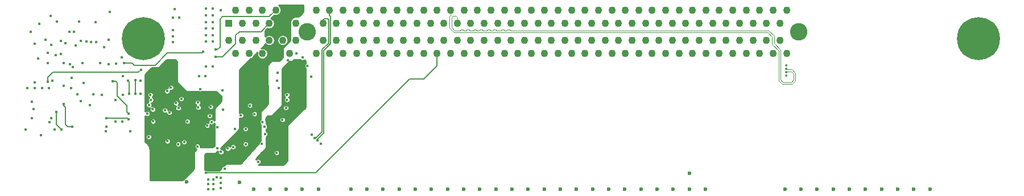
<source format=gbr>
G04 #@! TF.GenerationSoftware,KiCad,Pcbnew,(5.1.5)-3*
G04 #@! TF.CreationDate,2022-01-27T06:12:11+01:00*
G04 #@! TF.ProjectId,Riser Tioga Pass 1OU 1xPCIe x16,52697365-7220-4546-996f-676120506173,rev?*
G04 #@! TF.SameCoordinates,PX40f1fa0PY623a7c0*
G04 #@! TF.FileFunction,Copper,L3,Inr*
G04 #@! TF.FilePolarity,Positive*
%FSLAX46Y46*%
G04 Gerber Fmt 4.6, Leading zero omitted, Abs format (unit mm)*
G04 Created by KiCad (PCBNEW (5.1.5)-3) date 2022-01-27 06:12:11*
%MOMM*%
%LPD*%
G04 APERTURE LIST*
%ADD10C,2.600000*%
%ADD11R,1.100000X1.100000*%
%ADD12C,1.100000*%
%ADD13C,6.400000*%
%ADD14C,0.800000*%
%ADD15C,0.400000*%
%ADD16C,0.600000*%
%ADD17C,0.350000*%
%ADD18C,0.200000*%
%ADD19C,0.121920*%
%ADD20C,0.127000*%
%ADD21C,0.254000*%
G04 APERTURE END LIST*
D10*
X24405000Y1020000D03*
X97555000Y1020000D03*
D11*
X12755000Y2270000D03*
D12*
X13755000Y4270000D03*
X14755000Y2270000D03*
X15755000Y4270000D03*
X16755000Y2270000D03*
X17755000Y4270000D03*
X18755000Y2270000D03*
X19755000Y4270000D03*
X20755000Y2270000D03*
X21755000Y4270000D03*
X22755000Y2270000D03*
X25755000Y4270000D03*
X26755000Y2270000D03*
X27755000Y4270000D03*
X28755000Y2270000D03*
X29755000Y4270000D03*
X30755000Y2270000D03*
X31755000Y4270000D03*
X32755000Y2270000D03*
X33755000Y4270000D03*
X34755000Y2270000D03*
X35755000Y4270000D03*
X36755000Y2270000D03*
X37755000Y4270000D03*
X38755000Y2270000D03*
X39755000Y4270000D03*
X40755000Y2270000D03*
X41755000Y4270000D03*
X42755000Y2270000D03*
X43755000Y4270000D03*
X44755000Y2270000D03*
X45755000Y4270000D03*
X46755000Y2270000D03*
X47755000Y4270000D03*
X48755000Y2270000D03*
X49755000Y4270000D03*
X50755000Y2270000D03*
X51755000Y4270000D03*
X52755000Y2270000D03*
X53755000Y4270000D03*
X54755000Y2270000D03*
X55755000Y4270000D03*
X56755000Y2270000D03*
X57755000Y4270000D03*
X58755000Y2270000D03*
X59755000Y4270000D03*
X60755000Y2270000D03*
X61755000Y4270000D03*
X62755000Y2270000D03*
X63755000Y4270000D03*
X64755000Y2270000D03*
X65755000Y4270000D03*
X66755000Y2270000D03*
X67755000Y4270000D03*
X68755000Y2270000D03*
X69755000Y4270000D03*
X70755000Y2270000D03*
X71755000Y4270000D03*
X72755000Y2270000D03*
X73755000Y4270000D03*
X74755000Y2270000D03*
X75755000Y4270000D03*
X76755000Y2270000D03*
X77755000Y4270000D03*
X78755000Y2270000D03*
X79755000Y4270000D03*
X80755000Y2270000D03*
X81755000Y4270000D03*
X82755000Y2270000D03*
X83755000Y4270000D03*
X84755000Y2270000D03*
X85755000Y4270000D03*
X86755000Y2270000D03*
X87755000Y4270000D03*
X88755000Y2270000D03*
X89755000Y4270000D03*
X90755000Y2270000D03*
X91755000Y4270000D03*
X92755000Y2270000D03*
X93755000Y4270000D03*
X94755000Y2270000D03*
X12755000Y-230000D03*
X13755000Y-2230000D03*
X14755000Y-230000D03*
X15755000Y-2230000D03*
X16755000Y-230000D03*
X17755000Y-2230000D03*
X18755000Y-230000D03*
X19755000Y-2230000D03*
X20755000Y-230000D03*
X21755000Y-2230000D03*
X22755000Y-230000D03*
X25755000Y-2230000D03*
X26755000Y-230000D03*
X27755000Y-2230000D03*
X28755000Y-230000D03*
X29755000Y-2230000D03*
X30755000Y-230000D03*
X31755000Y-2230000D03*
X32755000Y-230000D03*
X33755000Y-2230000D03*
X34755000Y-230000D03*
X35755000Y-2230000D03*
X36755000Y-230000D03*
X37755000Y-2230000D03*
X38755000Y-230000D03*
X39755000Y-2230000D03*
X40755000Y-230000D03*
X41755000Y-2230000D03*
X42755000Y-230000D03*
X43755000Y-2230000D03*
X44755000Y-230000D03*
X46755000Y-230000D03*
X47755000Y-2230000D03*
X48755000Y-230000D03*
X49755000Y-2230000D03*
X50755000Y-230000D03*
X51755000Y-2230000D03*
X52755000Y-230000D03*
X53755000Y-2230000D03*
X54755000Y-230000D03*
X55755000Y-2230000D03*
X56755000Y-230000D03*
X57755000Y-2230000D03*
X58755000Y-230000D03*
X59755000Y-2230000D03*
X60755000Y-230000D03*
X61755000Y-2230000D03*
X62755000Y-230000D03*
X63755000Y-2230000D03*
X64755000Y-230000D03*
X65755000Y-2230000D03*
X66755000Y-230000D03*
X67755000Y-2230000D03*
X68755000Y-230000D03*
X69755000Y-2230000D03*
X70755000Y-230000D03*
X71755000Y-2230000D03*
X72755000Y-230000D03*
X73755000Y-2230000D03*
X74755000Y-230000D03*
X75755000Y-2230000D03*
X76755000Y-230000D03*
X77755000Y-2230000D03*
X78755000Y-230000D03*
X79755000Y-2230000D03*
X80755000Y-230000D03*
X81755000Y-2230000D03*
X82755000Y-230000D03*
X83755000Y-2230000D03*
X84755000Y-230000D03*
X85755000Y-2230000D03*
X86755000Y-230000D03*
X87755000Y-2230000D03*
X88755000Y-230000D03*
X89755000Y-2230000D03*
X90755000Y-230000D03*
X91755000Y-2230000D03*
X92755000Y-230000D03*
X93755000Y-2230000D03*
X94755000Y-230000D03*
X45755000Y-2230000D03*
X95755000Y4270000D03*
X95755000Y-2230000D03*
D13*
X0Y0D03*
D14*
X2400000Y0D03*
X-1697056Y-1697056D03*
X1697056Y-1697056D03*
X0Y-2400000D03*
X-2400000Y0D03*
X1697056Y1697056D03*
X0Y2400000D03*
X-1697056Y1697056D03*
X122607944Y1677056D03*
X124305000Y2380000D03*
X126002056Y1677056D03*
X121905000Y-20000D03*
X124305000Y-2420000D03*
X126002056Y-1717056D03*
X122607944Y-1717056D03*
X126705000Y-20000D03*
D13*
X124305000Y-20000D03*
D15*
X25050000Y-14300000D03*
D16*
X6495000Y-21350000D03*
X69295000Y-22450000D03*
X71695000Y-22450000D03*
X74095000Y-22450000D03*
X76495000Y-22450000D03*
X78895000Y-22450000D03*
X81295000Y-22450000D03*
X83695000Y-22450000D03*
X66895000Y-22450000D03*
X64495000Y-22450000D03*
X62095000Y-22450000D03*
X59695000Y-22450000D03*
X57295000Y-22450000D03*
X54895000Y-22450000D03*
X52495000Y-22450000D03*
X50095000Y-22450000D03*
X47695000Y-22450000D03*
X45295000Y-22450000D03*
X42895000Y-22450000D03*
X40495000Y-22450000D03*
X38095000Y-22450000D03*
X35695000Y-22450000D03*
X33295000Y-22450000D03*
X30895000Y-22450000D03*
X95495000Y-22450000D03*
X97895000Y-22450000D03*
X100295000Y-22450000D03*
X102695000Y-22450000D03*
X105095000Y-22450000D03*
X107495000Y-22450000D03*
X109895000Y-22450000D03*
X112295000Y-22450000D03*
X114695000Y-22450000D03*
X117095000Y-22450000D03*
X16495000Y-22450000D03*
X18895000Y-22450000D03*
X21295000Y-22450000D03*
X23695000Y-22450000D03*
X26095000Y-22450000D03*
X81350000Y-20050000D03*
D15*
X15250000Y-15700000D03*
D16*
X14375000Y-21375000D03*
D15*
X13625000Y-13450000D03*
X11075000Y-13225000D03*
X13400000Y-16125000D03*
X11875000Y-10550000D03*
X11800000Y-7725000D03*
X19850000Y-17000000D03*
X17675000Y-15625000D03*
X-4150000Y-12325000D03*
X3600000Y-15275000D03*
X19975000Y-5100000D03*
X19950000Y-6300000D03*
X20200000Y-7350000D03*
X21400000Y-8350000D03*
X21400000Y-9100000D03*
X11550000Y4200000D03*
X4700000Y4450000D03*
X4450000Y3150000D03*
X4450000Y1250000D03*
X4450000Y375000D03*
X4450000Y-500000D03*
D17*
X95700000Y-5500090D03*
X95700000Y-3975000D03*
D15*
X-10300000Y1050000D03*
X-16700000Y1050000D03*
X24450000Y-4050000D03*
X25000000Y-5625000D03*
X5375000Y3125000D03*
X-16175000Y-6550000D03*
X-16150000Y-7400000D03*
X-15075000Y-7400000D03*
X10975000Y-20675000D03*
X8125000Y-9500000D03*
X3575000Y-7825000D03*
X9900000Y-11500000D03*
X6575000Y-12325000D03*
X-8875000Y-6575000D03*
X-7425000Y-8300000D03*
X20725000Y-12075000D03*
X-15175000Y-14375000D03*
X-7900000Y-9875000D03*
X-6150000Y-8400000D03*
X8475000Y-7500000D03*
X-16575000Y-11850000D03*
X-15600000Y-2925000D03*
X-14175000Y-2075000D03*
X26450000Y-15650000D03*
X-11850000Y-3600000D03*
X-6375000Y-3600000D03*
X-4050000Y-3700000D03*
X11575000Y-16875000D03*
X11075000Y-16325000D03*
X7875000Y-8825000D03*
X10125000Y-8975000D03*
X11125000Y-8975000D03*
X2300000Y-5975000D03*
X3550000Y-3575000D03*
X2300000Y-4825000D03*
X3300000Y-4825000D03*
X1250000Y-5950000D03*
X1250000Y-4825000D03*
X1525000Y-17400000D03*
X2525000Y-17400000D03*
X3525000Y-17400000D03*
X4525000Y-17400000D03*
X1525000Y-18400000D03*
X2525000Y-18400000D03*
X3525000Y-18400000D03*
X4525000Y-18400000D03*
X1525000Y-19400000D03*
X2525000Y-19400000D03*
X3525000Y-19400000D03*
X4525000Y-19400000D03*
X1525000Y-20400000D03*
X2525000Y-20400000D03*
X3525000Y-20400000D03*
X4525000Y-20400000D03*
X8800000Y-14750000D03*
X9800000Y-14750000D03*
X8800000Y-15750000D03*
X9800000Y-15750000D03*
X17125000Y-17700000D03*
X3225000Y-10650000D03*
X9525000Y-12950000D03*
X18175000Y-17700000D03*
X19825000Y-14200000D03*
X19825000Y-13100000D03*
X-3075000Y-12325000D03*
X825000Y-14625000D03*
X-5125000Y-3800000D03*
X-16600000Y-9375000D03*
X-17200000Y-7375000D03*
X-14000000Y-7400000D03*
X11550000Y-20775000D03*
X11550000Y-21525000D03*
X11550000Y-22275000D03*
X8200000Y-10250000D03*
X10050000Y-10150000D03*
X-11575000Y-675000D03*
X-12225000Y-2300000D03*
X3900000Y-11025000D03*
X-3050000Y-5600000D03*
X-9275000Y-9275000D03*
X-9800000Y-8300000D03*
X18325000Y-12075000D03*
X17725000Y-12425000D03*
X-13200000Y-13550000D03*
X-10725000Y-7400000D03*
X-10650000Y-5850000D03*
X1475000Y-12300000D03*
X-3000000Y-8400000D03*
X-1925000Y-13775000D03*
X-375000Y-8200000D03*
X-16125000Y-725000D03*
X-10875000Y-3775000D03*
X-17475000Y-13500000D03*
X22825000Y-2200000D03*
X22500000Y-3275000D03*
X21575000Y-3250000D03*
X21275000Y-4025000D03*
X20950000Y-5575000D03*
X22300000Y-6975000D03*
X-425000Y-6225000D03*
X-10075000Y-1050000D03*
X-10475000Y-4225000D03*
X-9025000Y-3600000D03*
X9825000Y-18250000D03*
X10575000Y-18250000D03*
X9825000Y-17475000D03*
X9825000Y-19000000D03*
X10575000Y-19000000D03*
X15900000Y-7450000D03*
X17300000Y-7100000D03*
X17300000Y-5900000D03*
X17300000Y-4700000D03*
X16900000Y-8500000D03*
X17300000Y-11000000D03*
X12600000Y-16375000D03*
X12100000Y-19350000D03*
X14550000Y-11425000D03*
X-14175000Y-3650000D03*
X-13025000Y-2450000D03*
X4125000Y-7275000D03*
X8075000Y-16050000D03*
X4875000Y-9600000D03*
X9675000Y-20950000D03*
X10425000Y-20950000D03*
X9675000Y-21700000D03*
X10425000Y-21700000D03*
X9675000Y-22450000D03*
X10425000Y-22450000D03*
X17100000Y-18325000D03*
X-14175000Y-6400000D03*
X-325000Y-4650000D03*
X-13950000Y-12475000D03*
X8950000Y-1925000D03*
X-2850000Y-3625000D03*
X-11800000Y-9725000D03*
X-10550000Y-13125000D03*
X625000Y-11175000D03*
X-2150000Y-11175000D03*
X-4575000Y-6325000D03*
X1425000Y-10525000D03*
X-2225000Y-6250000D03*
X-2050000Y-8175000D03*
X5200000Y-15700000D03*
X6100000Y-15400000D03*
X15250000Y-13450000D03*
X18125000Y-14200000D03*
X1075000Y-8350000D03*
X15875000Y-9950000D03*
X18075000Y-13100000D03*
X1150000Y-9125000D03*
X16550000Y-11225000D03*
X-5475000Y-11825000D03*
X21250000Y-10300000D03*
X10175000Y-12400000D03*
X-2200000Y-12000000D03*
X-13650000Y-11825000D03*
X850000Y-9875000D03*
X-1175000Y-6200000D03*
X-1175000Y-8175000D03*
X-12175000Y-13575000D03*
X-12950000Y-10900000D03*
X-5550000Y-13775000D03*
X-5475000Y-13125000D03*
X-16350000Y-10525000D03*
X-4160000Y-9175000D03*
D17*
X95700000Y-4479910D03*
X95700000Y-5000090D03*
D15*
X-14550000Y-200000D03*
X-7075000Y2500000D03*
X-7725000Y-500000D03*
X-4950000Y4000000D03*
X-13800000Y3425000D03*
X-8475000Y-450000D03*
X-9250000Y-375000D03*
X-9525000Y2550000D03*
X-12825000Y2550000D03*
X-15475000Y2175000D03*
X-3225000Y-2775000D03*
X-11800000Y-7025000D03*
X-13525000Y-6225000D03*
X-5125000Y-175000D03*
X-11000000Y1050000D03*
X-5775000Y-1250000D03*
X-12225000Y-350000D03*
X-7000000Y-525000D03*
X-13725000Y-925000D03*
X25939284Y-15189284D03*
X25530716Y-14780716D03*
X9375000Y-20000000D03*
X23725000Y-2825000D03*
X8300000Y-5600000D03*
X9300000Y-5600000D03*
X9325000Y4475000D03*
X10325000Y4475000D03*
X9325000Y3475000D03*
X10325000Y3475000D03*
X9325000Y2475000D03*
X10325000Y2475000D03*
X9325000Y1550000D03*
X10325000Y1550000D03*
X9325000Y550000D03*
X10325000Y550000D03*
X9325000Y-450000D03*
X10325000Y-450000D03*
X9325000Y-4150000D03*
X10325000Y-4150000D03*
X10825000Y-2675000D03*
X10750000Y-1625000D03*
X5675000Y-8950000D03*
X5250000Y-10350000D03*
D18*
X-14175000Y-6400000D02*
X-14175000Y-6117158D01*
X-14175000Y-6117158D02*
X-14175000Y-5750000D01*
X-14175000Y-5750000D02*
X-13450000Y-5025000D01*
X-700000Y-5025000D02*
X-325000Y-4650000D01*
X-13450000Y-5025000D02*
X-700000Y-5025000D01*
X8750001Y-2124999D02*
X3600001Y-2124999D01*
X8950000Y-1925000D02*
X8750001Y-2124999D01*
X-1650000Y-3625000D02*
X-2850000Y-3625000D01*
X1775000Y-3950000D02*
X3600001Y-2124999D01*
X-1325000Y-3950000D02*
X1775000Y-3950000D01*
X-1325000Y-3950000D02*
X-1650000Y-3625000D01*
X-11800000Y-10007842D02*
X-11575000Y-10232842D01*
X-11800000Y-9725000D02*
X-11800000Y-10007842D01*
X-11575000Y-10232842D02*
X-11575000Y-12750000D01*
X-11575000Y-12750000D02*
X-11200000Y-13125000D01*
X-11200000Y-13125000D02*
X-10550000Y-13125000D01*
X-4125000Y-6325000D02*
X-4575000Y-6325000D01*
X-2425000Y-10900000D02*
X-2425000Y-10000000D01*
X-3900000Y-6550000D02*
X-4125000Y-6325000D01*
X-2150000Y-11175000D02*
X-2425000Y-10900000D01*
X-2425000Y-10000000D02*
X-3900000Y-8525000D01*
X-3900000Y-8525000D02*
X-3900000Y-6550000D01*
X-2050000Y-6425000D02*
X-2225000Y-6250000D01*
X-2050000Y-8175000D02*
X-2050000Y-6425000D01*
X-5475000Y-11825000D02*
X-2650000Y-11825000D01*
X-2650000Y-11825000D02*
X-2375000Y-11825000D01*
X-2375000Y-11825000D02*
X-2200000Y-12000000D01*
X-1175000Y-8175000D02*
X-1175000Y-6200000D01*
X-12175000Y-13575000D02*
X-12950000Y-12800000D01*
X-12950000Y-10900000D02*
X-12950000Y-12800000D01*
D19*
X97096050Y-5139504D02*
X97096050Y-6235496D01*
X97096050Y-6235496D02*
X96560496Y-6771050D01*
X92979504Y923950D02*
X46259504Y923950D01*
X94593950Y-6250496D02*
X94593950Y-1790496D01*
X45755000Y3492183D02*
X45755000Y4270000D01*
X45603950Y1579504D02*
X45603950Y3341133D01*
X93603950Y299504D02*
X92979504Y923950D01*
X95700000Y-4479910D02*
X95814040Y-4593950D01*
X96560496Y-6771050D02*
X95114504Y-6771050D01*
X96550496Y-4593950D02*
X97096050Y-5139504D01*
X46259504Y923950D02*
X45603950Y1579504D01*
X95114504Y-6771050D02*
X94593950Y-6250496D01*
X95814040Y-4593950D02*
X96550496Y-4593950D01*
X45603950Y3341133D02*
X45755000Y3492183D01*
X93603950Y-800496D02*
X93603950Y299504D01*
X94593950Y-1790496D02*
X93603950Y-800496D01*
X46755000Y3135000D02*
X46755000Y2270000D01*
X46510000Y3380000D02*
X46755000Y3135000D01*
X46100000Y3380000D02*
X46510000Y3380000D01*
X45896050Y3176050D02*
X46100000Y3380000D01*
X45896050Y1700496D02*
X45896050Y3176050D01*
X46380496Y1216050D02*
X45896050Y1700496D01*
X47166050Y1216050D02*
X46380496Y1216050D01*
X47179957Y1217617D02*
X47166050Y1216050D01*
X47193167Y1222239D02*
X47179957Y1217617D01*
X47205018Y1229685D02*
X47193167Y1222239D01*
X47214914Y1239581D02*
X47205018Y1229685D01*
X47222360Y1251432D02*
X47214914Y1239581D01*
X47226982Y1264642D02*
X47222360Y1251432D01*
X47230117Y1292457D02*
X47226982Y1264642D01*
X47234739Y1305667D02*
X47230117Y1292457D01*
X47242185Y1317518D02*
X47234739Y1305667D01*
X47252081Y1327414D02*
X47242185Y1317518D01*
X47263932Y1334860D02*
X47252081Y1327414D01*
X47277142Y1339482D02*
X47263932Y1334860D01*
X47291050Y1341050D02*
X47277142Y1339482D01*
X47606050Y1341050D02*
X47291050Y1341050D01*
X47619957Y1339482D02*
X47606050Y1341050D01*
X47633167Y1334860D02*
X47619957Y1339482D01*
X47645018Y1327414D02*
X47633167Y1334860D01*
X47654914Y1317518D02*
X47645018Y1327414D01*
X47662360Y1305667D02*
X47654914Y1317518D01*
X47666982Y1292457D02*
X47662360Y1305667D01*
X47670117Y1264642D02*
X47666982Y1292457D01*
X47674739Y1251432D02*
X47670117Y1264642D01*
X47682185Y1239581D02*
X47674739Y1251432D01*
X47692081Y1229685D02*
X47682185Y1239581D01*
X47703932Y1222239D02*
X47692081Y1229685D01*
X47717142Y1217617D02*
X47703932Y1222239D01*
X47731050Y1216050D02*
X47717142Y1217617D01*
X48046050Y1216050D02*
X47731050Y1216050D01*
X48059957Y1217617D02*
X48046050Y1216050D01*
X48073167Y1222239D02*
X48059957Y1217617D01*
X48085018Y1229685D02*
X48073167Y1222239D01*
X48102360Y1251432D02*
X48094914Y1239581D01*
X48106982Y1264642D02*
X48102360Y1251432D01*
X48110117Y1292457D02*
X48106982Y1264642D01*
X48114739Y1305667D02*
X48110117Y1292457D01*
X48122185Y1317518D02*
X48114739Y1305667D01*
X48132081Y1327414D02*
X48122185Y1317518D01*
X48143932Y1334860D02*
X48132081Y1327414D01*
X48157142Y1339482D02*
X48143932Y1334860D01*
X48171050Y1341050D02*
X48157142Y1339482D01*
X48486050Y1341050D02*
X48171050Y1341050D01*
X48499957Y1339482D02*
X48486050Y1341050D01*
X48513167Y1334860D02*
X48499957Y1339482D01*
X48525018Y1327414D02*
X48513167Y1334860D01*
X48534914Y1317518D02*
X48525018Y1327414D01*
X48542360Y1305667D02*
X48534914Y1317518D01*
X48546982Y1292457D02*
X48542360Y1305667D01*
X48550117Y1264642D02*
X48546982Y1292457D01*
X48554739Y1251432D02*
X48550117Y1264642D01*
X48562185Y1239581D02*
X48554739Y1251432D01*
X48572081Y1229685D02*
X48562185Y1239581D01*
X52504914Y1317518D02*
X52495018Y1327414D01*
X52553932Y1222239D02*
X52542081Y1229685D01*
X53252918Y1229685D02*
X53241067Y1222239D01*
X50474914Y1317518D02*
X50465018Y1327414D01*
X53262814Y1239581D02*
X53252918Y1229685D01*
X53270260Y1251432D02*
X53262814Y1239581D01*
X49999957Y1217617D02*
X49986050Y1216050D01*
X53213950Y1216050D02*
X52581050Y1216050D01*
X53274882Y1264642D02*
X53270260Y1251432D01*
X50482360Y1305667D02*
X50474914Y1317518D01*
X53278017Y1292457D02*
X53274882Y1264642D01*
X53282639Y1305667D02*
X53278017Y1292457D01*
X48611050Y1216050D02*
X48597142Y1217617D01*
X53290085Y1317518D02*
X53282639Y1305667D01*
X49119957Y1217617D02*
X49106050Y1216050D01*
X53299981Y1327414D02*
X53290085Y1317518D01*
X50453167Y1334860D02*
X50439957Y1339482D01*
X53311832Y1334860D02*
X53299981Y1327414D01*
X49585018Y1327414D02*
X49573167Y1334860D01*
X52469957Y1339482D02*
X52456050Y1341050D01*
X53325042Y1339482D02*
X53311832Y1334860D01*
X50050117Y1292457D02*
X50046982Y1264642D01*
X52495018Y1327414D02*
X52483167Y1334860D01*
X53338950Y1341050D02*
X53325042Y1339482D01*
X50426050Y1341050D02*
X50111050Y1341050D01*
X52483167Y1334860D02*
X52469957Y1339482D01*
X53653950Y1341050D02*
X53338950Y1341050D01*
X50490117Y1264642D02*
X50486982Y1292457D01*
X53667857Y1339482D02*
X53653950Y1341050D01*
X49606982Y1292457D02*
X49602360Y1305667D01*
X53681067Y1334860D02*
X53667857Y1339482D01*
X49610117Y1264642D02*
X49606982Y1292457D01*
X52542081Y1229685D02*
X52532185Y1239581D01*
X54162639Y1305667D02*
X54158017Y1292457D01*
X53692918Y1327414D02*
X53681067Y1334860D01*
X49614739Y1251432D02*
X49610117Y1264642D01*
X53702814Y1317518D02*
X53692918Y1327414D01*
X50072081Y1327414D02*
X50062185Y1317518D01*
X53710260Y1305667D02*
X53702814Y1317518D01*
X52524739Y1251432D02*
X52520117Y1264642D01*
X53714882Y1292457D02*
X53710260Y1305667D01*
X50013167Y1222239D02*
X49999957Y1217617D01*
X53718017Y1264642D02*
X53714882Y1292457D01*
X49643932Y1222239D02*
X49632081Y1229685D01*
X53722639Y1251432D02*
X53718017Y1264642D01*
X53730085Y1239581D02*
X53722639Y1251432D01*
X51589957Y1339482D02*
X51576050Y1341050D01*
X53739981Y1229685D02*
X53730085Y1239581D01*
X51632360Y1305667D02*
X51624914Y1317518D01*
X53751832Y1222239D02*
X53739981Y1229685D01*
X53765042Y1217617D02*
X53751832Y1222239D01*
X51196982Y1264642D02*
X51192360Y1251432D01*
X53778950Y1216050D02*
X53765042Y1217617D01*
X53227857Y1217617D02*
X53213950Y1216050D01*
X54093950Y1216050D02*
X53778950Y1216050D01*
X50025018Y1229685D02*
X50013167Y1222239D01*
X54107857Y1217617D02*
X54093950Y1216050D01*
X52029957Y1217617D02*
X52016050Y1216050D01*
X54121067Y1222239D02*
X54107857Y1217617D01*
X49162360Y1251432D02*
X49154914Y1239581D01*
X54142814Y1239581D02*
X54132918Y1229685D01*
X52055018Y1229685D02*
X52043167Y1222239D01*
X54150260Y1251432D02*
X54142814Y1239581D01*
X52567142Y1217617D02*
X52553932Y1222239D01*
X54154882Y1264642D02*
X54150260Y1251432D01*
X49671050Y1216050D02*
X49657142Y1217617D01*
X54158017Y1292457D02*
X54154882Y1264642D01*
X52076982Y1264642D02*
X52072360Y1251432D01*
X95235496Y-6478950D02*
X94886050Y-6129504D01*
X49145018Y1229685D02*
X49133167Y1222239D01*
X51184914Y1239581D02*
X51175018Y1229685D01*
X52520117Y1264642D02*
X52516982Y1292457D01*
X50537142Y1217617D02*
X50523932Y1222239D01*
X54594882Y1292457D02*
X54590260Y1305667D01*
X49182185Y1317518D02*
X49174739Y1305667D01*
X96803950Y-6114504D02*
X96439504Y-6478950D01*
X52512360Y1305667D02*
X52504914Y1317518D01*
X54179981Y1327414D02*
X54170085Y1317518D01*
X49174739Y1305667D02*
X49170117Y1292457D01*
X54132918Y1229685D02*
X54121067Y1222239D01*
X49573167Y1334860D02*
X49559957Y1339482D01*
X96429504Y-4886050D02*
X96803950Y-5260496D01*
X52127142Y1339482D02*
X52113932Y1334860D01*
X51136050Y1216050D02*
X50551050Y1216050D01*
X50523932Y1222239D02*
X50512081Y1229685D01*
X48094914Y1239581D02*
X48085018Y1229685D01*
X96439504Y-6478950D02*
X95235496Y-6478950D01*
X93100496Y1216050D02*
X54658950Y1216050D01*
X49546050Y1341050D02*
X49231050Y1341050D01*
X96803950Y-5260496D02*
X96803950Y-6114504D01*
X51615018Y1327414D02*
X51603167Y1334860D01*
X50512081Y1229685D02*
X50502185Y1239581D01*
X53241067Y1222239D02*
X53227857Y1217617D01*
X50034914Y1239581D02*
X50025018Y1229685D01*
X54191832Y1334860D02*
X54179981Y1327414D01*
X49231050Y1341050D02*
X49217142Y1339482D01*
X52516982Y1292457D02*
X52512360Y1305667D01*
X51687142Y1217617D02*
X51673932Y1222239D01*
X93896050Y420496D02*
X93100496Y1216050D01*
X54547857Y1339482D02*
X54533950Y1341050D01*
X49192081Y1327414D02*
X49182185Y1317518D01*
X52581050Y1216050D02*
X52567142Y1217617D01*
X52102081Y1327414D02*
X52092185Y1317518D01*
X51576050Y1341050D02*
X51261050Y1341050D01*
X54610085Y1239581D02*
X54602639Y1251432D01*
X49622185Y1239581D02*
X49614739Y1251432D01*
X52532185Y1239581D02*
X52524739Y1251432D01*
X52113932Y1334860D02*
X52102081Y1327414D01*
X54598017Y1264642D02*
X54594882Y1292457D01*
X52043167Y1222239D02*
X52029957Y1217617D01*
X51175018Y1229685D02*
X51163167Y1222239D01*
X54645042Y1217617D02*
X54631832Y1222239D01*
X50097142Y1339482D02*
X50083932Y1334860D01*
X94886050Y-6129504D02*
X94886050Y-1669504D01*
X50439957Y1339482D02*
X50426050Y1341050D01*
X54218950Y1341050D02*
X54205042Y1339482D01*
X51673932Y1222239D02*
X51662081Y1229685D01*
X94886050Y-1669504D02*
X93896050Y-679504D01*
X50111050Y1341050D02*
X50097142Y1339482D01*
X93896050Y-679504D02*
X93896050Y420496D01*
X50054739Y1305667D02*
X50050117Y1292457D01*
X54658950Y1216050D02*
X54645042Y1217617D01*
X49632081Y1229685D02*
X49622185Y1239581D01*
X54619981Y1229685D02*
X54610085Y1239581D01*
X54631832Y1222239D02*
X54619981Y1229685D01*
X49594914Y1317518D02*
X49585018Y1327414D01*
X54572918Y1327414D02*
X54561067Y1334860D01*
X54602639Y1251432D02*
X54598017Y1264642D01*
X51192360Y1251432D02*
X51184914Y1239581D01*
X54590260Y1305667D02*
X54582814Y1317518D01*
X49133167Y1222239D02*
X49119957Y1217617D01*
X54582814Y1317518D02*
X54572918Y1327414D01*
X51636982Y1292457D02*
X51632360Y1305667D01*
X54170085Y1317518D02*
X54162639Y1305667D01*
X49657142Y1217617D02*
X49643932Y1222239D01*
X54561067Y1334860D02*
X54547857Y1339482D01*
X49217142Y1339482D02*
X49203932Y1334860D01*
X54533950Y1341050D02*
X54218950Y1341050D01*
X50486982Y1292457D02*
X50482360Y1305667D01*
X54205042Y1339482D02*
X54191832Y1334860D01*
X50465018Y1327414D02*
X50453167Y1334860D01*
X52456050Y1341050D02*
X52141050Y1341050D01*
X52141050Y1341050D02*
X52127142Y1339482D01*
X52092185Y1317518D02*
X52084739Y1305667D01*
X52084739Y1305667D02*
X52080117Y1292457D01*
X52080117Y1292457D02*
X52076982Y1264642D01*
X52072360Y1251432D02*
X52064914Y1239581D01*
X52064914Y1239581D02*
X52055018Y1229685D01*
X52016050Y1216050D02*
X51701050Y1216050D01*
X51701050Y1216050D02*
X51687142Y1217617D01*
X51662081Y1229685D02*
X51652185Y1239581D01*
X51652185Y1239581D02*
X51644739Y1251432D01*
X51644739Y1251432D02*
X51640117Y1264642D01*
X51640117Y1264642D02*
X51636982Y1292457D01*
X51624914Y1317518D02*
X51615018Y1327414D01*
X51603167Y1334860D02*
X51589957Y1339482D01*
X51261050Y1341050D02*
X51247142Y1339482D01*
X51247142Y1339482D02*
X51233932Y1334860D01*
X51233932Y1334860D02*
X51222081Y1327414D01*
X51222081Y1327414D02*
X51212185Y1317518D01*
X51212185Y1317518D02*
X51204739Y1305667D01*
X51204739Y1305667D02*
X51200117Y1292457D01*
X95700000Y-5000090D02*
X95700000Y-5000090D01*
X51200117Y1292457D02*
X51196982Y1264642D01*
X95814040Y-4886050D02*
X96429504Y-4886050D01*
X51163167Y1222239D02*
X51149957Y1217617D01*
X51149957Y1217617D02*
X51136050Y1216050D01*
X50551050Y1216050D02*
X50537142Y1217617D01*
X50502185Y1239581D02*
X50494739Y1251432D01*
X50494739Y1251432D02*
X50490117Y1264642D01*
X50083932Y1334860D02*
X50072081Y1327414D01*
X50062185Y1317518D02*
X50054739Y1305667D01*
X50046982Y1264642D02*
X50042360Y1251432D01*
X50042360Y1251432D02*
X50034914Y1239581D01*
X49986050Y1216050D02*
X49671050Y1216050D01*
X49602360Y1305667D02*
X49594914Y1317518D01*
X49559957Y1339482D02*
X49546050Y1341050D01*
X49203932Y1334860D02*
X49192081Y1327414D01*
X49170117Y1292457D02*
X49166982Y1264642D01*
X49166982Y1264642D02*
X49162360Y1251432D01*
X49154914Y1239581D02*
X49145018Y1229685D01*
X49106050Y1216050D02*
X48611050Y1216050D01*
X48597142Y1217617D02*
X48583932Y1222239D01*
X48583932Y1222239D02*
X48572081Y1229685D01*
X95700000Y-5000090D02*
X95814040Y-4886050D01*
D20*
X25939284Y-14996243D02*
X25939284Y-15189284D01*
X26902400Y-14033127D02*
X25939284Y-14996243D01*
X26902400Y-1763128D02*
X26902400Y-14033127D01*
X27902400Y3344783D02*
X27902400Y-763128D01*
X27755000Y3492183D02*
X27902400Y3344783D01*
X27902400Y-763128D02*
X26902400Y-1763128D01*
X27755000Y4270000D02*
X27755000Y3492183D01*
X25723757Y-14780716D02*
X25530716Y-14780716D01*
X27597600Y2822400D02*
X27597600Y-636872D01*
X26755000Y2815000D02*
X26920000Y2980000D01*
X26920000Y2980000D02*
X27440000Y2980000D01*
X27440000Y2980000D02*
X27597600Y2822400D01*
X26597600Y-13906873D02*
X25723757Y-14780716D01*
X27597600Y-636872D02*
X26597600Y-1636872D01*
X26755000Y2270000D02*
X26755000Y2815000D01*
X26597600Y-1636872D02*
X26597600Y-13906873D01*
D18*
X43755000Y-4020000D02*
X43755000Y-2230000D01*
X39650000Y-6000000D02*
X41775000Y-6000000D01*
X9375000Y-20000000D02*
X25650000Y-20000000D01*
X41775000Y-6000000D02*
X43755000Y-4020000D01*
X25650000Y-20000000D02*
X39650000Y-6000000D01*
X10825000Y-2675000D02*
X11825000Y-2675000D01*
X11825000Y-2675000D02*
X13750000Y-750000D01*
X13750000Y-750000D02*
X13750000Y475000D01*
X13750000Y475000D02*
X14325000Y1050000D01*
X17535000Y1050000D02*
X18755000Y2270000D01*
X14325000Y1050000D02*
X17535000Y1050000D01*
X11032842Y-1625000D02*
X11425000Y-1232842D01*
X10750000Y-1625000D02*
X11032842Y-1625000D01*
X11425000Y-1232842D02*
X11425000Y2925000D01*
X11425000Y2925000D02*
X11775000Y3275000D01*
X18760000Y3275000D02*
X19755000Y4270000D01*
X11775000Y3275000D02*
X18760000Y3275000D01*
D21*
G36*
X23823000Y4077263D02*
G01*
X23752532Y3907138D01*
X23242862Y3397468D01*
X23072737Y3327000D01*
X22627000Y3327000D01*
X22602224Y3324560D01*
X22578399Y3317333D01*
X22361596Y3227530D01*
X22339639Y3215794D01*
X22320394Y3200000D01*
X21975000Y2854606D01*
X21959206Y2835360D01*
X21947470Y2813404D01*
X21857667Y2596601D01*
X21850440Y2572777D01*
X21848000Y2548000D01*
X21848000Y-236349D01*
X21804835Y-340559D01*
X20925000Y-1220394D01*
X20909206Y-1239640D01*
X20897470Y-1261596D01*
X20807667Y-1478399D01*
X20800440Y-1502223D01*
X20798000Y-1527000D01*
X20798000Y-2697737D01*
X20727532Y-2867862D01*
X20342862Y-3252532D01*
X20172737Y-3323000D01*
X19252000Y-3323000D01*
X19227224Y-3325440D01*
X19203399Y-3332667D01*
X18986596Y-3422470D01*
X18964639Y-3434206D01*
X18945394Y-3450000D01*
X18650000Y-3745394D01*
X18634206Y-3764640D01*
X18622367Y-3786846D01*
X18533104Y-4003648D01*
X18525928Y-4027487D01*
X18523541Y-4052539D01*
X18547353Y-9648139D01*
X18477433Y-9817961D01*
X17600000Y-10695394D01*
X17584206Y-10714640D01*
X17572470Y-10736596D01*
X17482667Y-10953399D01*
X17475440Y-10977223D01*
X17473000Y-11002000D01*
X17473000Y-12047359D01*
X17435592Y-12072355D01*
X17372355Y-12135592D01*
X17322670Y-12209950D01*
X17288447Y-12292573D01*
X17271000Y-12380285D01*
X17271000Y-12469715D01*
X17288447Y-12557427D01*
X17322670Y-12640050D01*
X17372355Y-12714408D01*
X17435592Y-12777645D01*
X17473000Y-12802641D01*
X17473000Y-15150147D01*
X17441420Y-15235051D01*
X17385592Y-15272355D01*
X17322355Y-15335592D01*
X17272670Y-15409950D01*
X17238447Y-15492573D01*
X17230207Y-15533998D01*
X14604953Y-18574918D01*
X14445312Y-18648000D01*
X12502000Y-18648000D01*
X12477224Y-18650440D01*
X12453399Y-18657667D01*
X12236596Y-18747470D01*
X12214639Y-18759206D01*
X12195394Y-18775000D01*
X12074394Y-18896000D01*
X12055285Y-18896000D01*
X11967573Y-18913447D01*
X11884950Y-18947670D01*
X11810592Y-18997355D01*
X11747355Y-19060592D01*
X11697670Y-19134950D01*
X11663447Y-19217573D01*
X11646000Y-19305285D01*
X11646000Y-19324394D01*
X11324394Y-19646000D01*
X9662380Y-19646000D01*
X9590050Y-19597670D01*
X9507427Y-19563447D01*
X9419715Y-19546000D01*
X9330285Y-19546000D01*
X9242573Y-19563447D01*
X9202000Y-19580253D01*
X9202000Y-17299007D01*
X9259702Y-17159702D01*
X9399007Y-17102000D01*
X10598000Y-17102000D01*
X10622776Y-17099560D01*
X10646601Y-17092333D01*
X10863404Y-17002530D01*
X10885361Y-16990794D01*
X10904606Y-16975000D01*
X11100606Y-16779000D01*
X11119715Y-16779000D01*
X11131674Y-16776621D01*
X11121000Y-16830285D01*
X11121000Y-16919715D01*
X11138447Y-17007427D01*
X11172670Y-17090050D01*
X11222355Y-17164408D01*
X11285592Y-17227645D01*
X11359950Y-17277330D01*
X11442573Y-17311553D01*
X11530285Y-17329000D01*
X11619715Y-17329000D01*
X11707427Y-17311553D01*
X11790050Y-17277330D01*
X11864408Y-17227645D01*
X11927645Y-17164408D01*
X11977330Y-17090050D01*
X12011553Y-17007427D01*
X12029000Y-16919715D01*
X12029000Y-16830285D01*
X12011553Y-16742573D01*
X11977330Y-16659950D01*
X11927645Y-16585592D01*
X11864408Y-16522355D01*
X11790050Y-16472670D01*
X11707427Y-16438447D01*
X11619715Y-16421000D01*
X11530285Y-16421000D01*
X11518326Y-16423379D01*
X11529000Y-16369715D01*
X11529000Y-16350606D01*
X11549321Y-16330285D01*
X12146000Y-16330285D01*
X12146000Y-16419715D01*
X12163447Y-16507427D01*
X12197670Y-16590050D01*
X12247355Y-16664408D01*
X12310592Y-16727645D01*
X12384950Y-16777330D01*
X12467573Y-16811553D01*
X12555285Y-16829000D01*
X12644715Y-16829000D01*
X12732427Y-16811553D01*
X12815050Y-16777330D01*
X12889408Y-16727645D01*
X12952645Y-16664408D01*
X13002330Y-16590050D01*
X13036553Y-16507427D01*
X13053778Y-16420831D01*
X13110592Y-16477645D01*
X13184950Y-16527330D01*
X13267573Y-16561553D01*
X13355285Y-16579000D01*
X13444715Y-16579000D01*
X13532427Y-16561553D01*
X13615050Y-16527330D01*
X13689408Y-16477645D01*
X13752645Y-16414408D01*
X13802330Y-16340050D01*
X13836553Y-16257427D01*
X13854000Y-16169715D01*
X13854000Y-16080285D01*
X13836553Y-15992573D01*
X13802330Y-15909950D01*
X13752645Y-15835592D01*
X13689408Y-15772355D01*
X13615050Y-15722670D01*
X13532427Y-15688447D01*
X13444715Y-15671000D01*
X13355285Y-15671000D01*
X13267573Y-15688447D01*
X13184950Y-15722670D01*
X13110592Y-15772355D01*
X13047355Y-15835592D01*
X12997670Y-15909950D01*
X12963447Y-15992573D01*
X12946222Y-16079169D01*
X12889408Y-16022355D01*
X12815050Y-15972670D01*
X12732427Y-15938447D01*
X12644715Y-15921000D01*
X12555285Y-15921000D01*
X12467573Y-15938447D01*
X12384950Y-15972670D01*
X12310592Y-16022355D01*
X12247355Y-16085592D01*
X12197670Y-16159950D01*
X12163447Y-16242573D01*
X12146000Y-16330285D01*
X11549321Y-16330285D01*
X12224321Y-15655285D01*
X14796000Y-15655285D01*
X14796000Y-15744715D01*
X14813447Y-15832427D01*
X14847670Y-15915050D01*
X14897355Y-15989408D01*
X14960592Y-16052645D01*
X15034950Y-16102330D01*
X15117573Y-16136553D01*
X15205285Y-16154000D01*
X15294715Y-16154000D01*
X15382427Y-16136553D01*
X15465050Y-16102330D01*
X15539408Y-16052645D01*
X15602645Y-15989408D01*
X15652330Y-15915050D01*
X15686553Y-15832427D01*
X15704000Y-15744715D01*
X15704000Y-15655285D01*
X15686553Y-15567573D01*
X15652330Y-15484950D01*
X15602645Y-15410592D01*
X15539408Y-15347355D01*
X15465050Y-15297670D01*
X15382427Y-15263447D01*
X15294715Y-15246000D01*
X15205285Y-15246000D01*
X15117573Y-15263447D01*
X15034950Y-15297670D01*
X14960592Y-15347355D01*
X14897355Y-15410592D01*
X14847670Y-15484950D01*
X14813447Y-15567573D01*
X14796000Y-15655285D01*
X12224321Y-15655285D01*
X14175000Y-13704606D01*
X14190794Y-13685360D01*
X14202530Y-13663404D01*
X14292333Y-13446601D01*
X14299560Y-13422777D01*
X14301282Y-13405285D01*
X14796000Y-13405285D01*
X14796000Y-13494715D01*
X14813447Y-13582427D01*
X14847670Y-13665050D01*
X14897355Y-13739408D01*
X14960592Y-13802645D01*
X15034950Y-13852330D01*
X15117573Y-13886553D01*
X15205285Y-13904000D01*
X15294715Y-13904000D01*
X15382427Y-13886553D01*
X15465050Y-13852330D01*
X15539408Y-13802645D01*
X15602645Y-13739408D01*
X15652330Y-13665050D01*
X15686553Y-13582427D01*
X15704000Y-13494715D01*
X15704000Y-13405285D01*
X15686553Y-13317573D01*
X15652330Y-13234950D01*
X15602645Y-13160592D01*
X15539408Y-13097355D01*
X15465050Y-13047670D01*
X15382427Y-13013447D01*
X15294715Y-12996000D01*
X15205285Y-12996000D01*
X15117573Y-13013447D01*
X15034950Y-13047670D01*
X14960592Y-13097355D01*
X14897355Y-13160592D01*
X14847670Y-13234950D01*
X14813447Y-13317573D01*
X14796000Y-13405285D01*
X14301282Y-13405285D01*
X14302000Y-13398000D01*
X14302000Y-11805313D01*
X14334950Y-11827330D01*
X14417573Y-11861553D01*
X14505285Y-11879000D01*
X14594715Y-11879000D01*
X14682427Y-11861553D01*
X14765050Y-11827330D01*
X14839408Y-11777645D01*
X14902645Y-11714408D01*
X14952330Y-11640050D01*
X14986553Y-11557427D01*
X15004000Y-11469715D01*
X15004000Y-11380285D01*
X14986553Y-11292573D01*
X14952330Y-11209950D01*
X14932509Y-11180285D01*
X16096000Y-11180285D01*
X16096000Y-11269715D01*
X16113447Y-11357427D01*
X16147670Y-11440050D01*
X16197355Y-11514408D01*
X16260592Y-11577645D01*
X16334950Y-11627330D01*
X16417573Y-11661553D01*
X16505285Y-11679000D01*
X16594715Y-11679000D01*
X16682427Y-11661553D01*
X16765050Y-11627330D01*
X16839408Y-11577645D01*
X16902645Y-11514408D01*
X16952330Y-11440050D01*
X16986553Y-11357427D01*
X17004000Y-11269715D01*
X17004000Y-11180285D01*
X16986553Y-11092573D01*
X16952330Y-11009950D01*
X16902645Y-10935592D01*
X16839408Y-10872355D01*
X16765050Y-10822670D01*
X16682427Y-10788447D01*
X16594715Y-10771000D01*
X16505285Y-10771000D01*
X16417573Y-10788447D01*
X16334950Y-10822670D01*
X16260592Y-10872355D01*
X16197355Y-10935592D01*
X16147670Y-11009950D01*
X16113447Y-11092573D01*
X16096000Y-11180285D01*
X14932509Y-11180285D01*
X14902645Y-11135592D01*
X14839408Y-11072355D01*
X14765050Y-11022670D01*
X14682427Y-10988447D01*
X14594715Y-10971000D01*
X14505285Y-10971000D01*
X14417573Y-10988447D01*
X14334950Y-11022670D01*
X14302000Y-11044687D01*
X14302000Y-9905285D01*
X15421000Y-9905285D01*
X15421000Y-9994715D01*
X15438447Y-10082427D01*
X15472670Y-10165050D01*
X15522355Y-10239408D01*
X15585592Y-10302645D01*
X15659950Y-10352330D01*
X15742573Y-10386553D01*
X15830285Y-10404000D01*
X15919715Y-10404000D01*
X16007427Y-10386553D01*
X16090050Y-10352330D01*
X16164408Y-10302645D01*
X16227645Y-10239408D01*
X16277330Y-10165050D01*
X16311553Y-10082427D01*
X16329000Y-9994715D01*
X16329000Y-9905285D01*
X16311553Y-9817573D01*
X16277330Y-9734950D01*
X16227645Y-9660592D01*
X16164408Y-9597355D01*
X16090050Y-9547670D01*
X16007427Y-9513447D01*
X15919715Y-9496000D01*
X15830285Y-9496000D01*
X15742573Y-9513447D01*
X15659950Y-9547670D01*
X15585592Y-9597355D01*
X15522355Y-9660592D01*
X15472670Y-9734950D01*
X15438447Y-9817573D01*
X15421000Y-9905285D01*
X14302000Y-9905285D01*
X14302000Y-4827263D01*
X14372468Y-4657138D01*
X16052656Y-2976950D01*
X16135837Y-2942495D01*
X16267520Y-2854507D01*
X16379507Y-2742520D01*
X16467495Y-2610837D01*
X16501950Y-2527656D01*
X16968929Y-2060677D01*
X16951000Y-2150813D01*
X16951000Y-2309187D01*
X16981897Y-2464518D01*
X17042505Y-2610837D01*
X17130493Y-2742520D01*
X17242480Y-2854507D01*
X17374163Y-2942495D01*
X17520482Y-3003103D01*
X17675813Y-3034000D01*
X17834187Y-3034000D01*
X17989518Y-3003103D01*
X18135837Y-2942495D01*
X18267520Y-2854507D01*
X18379507Y-2742520D01*
X18467495Y-2610837D01*
X18528103Y-2464518D01*
X18559000Y-2309187D01*
X18559000Y-2150813D01*
X18528103Y-1995482D01*
X18467495Y-1849163D01*
X18379507Y-1717480D01*
X18267520Y-1605493D01*
X18135837Y-1517505D01*
X17989518Y-1456897D01*
X17834187Y-1426000D01*
X17675813Y-1426000D01*
X17585677Y-1443929D01*
X18050000Y-979606D01*
X18065794Y-960360D01*
X18077530Y-938404D01*
X18150416Y-762443D01*
X18242480Y-854507D01*
X18374163Y-942495D01*
X18520482Y-1003103D01*
X18675813Y-1034000D01*
X18834187Y-1034000D01*
X18989518Y-1003103D01*
X19135837Y-942495D01*
X19267520Y-854507D01*
X19379507Y-742520D01*
X19467495Y-610837D01*
X19528103Y-464518D01*
X19559000Y-309187D01*
X19559000Y-150813D01*
X19951000Y-150813D01*
X19951000Y-309187D01*
X19981897Y-464518D01*
X20042505Y-610837D01*
X20130493Y-742520D01*
X20242480Y-854507D01*
X20374163Y-942495D01*
X20520482Y-1003103D01*
X20675813Y-1034000D01*
X20834187Y-1034000D01*
X20989518Y-1003103D01*
X21135837Y-942495D01*
X21267520Y-854507D01*
X21379507Y-742520D01*
X21467495Y-610837D01*
X21528103Y-464518D01*
X21559000Y-309187D01*
X21559000Y-150813D01*
X21528103Y4518D01*
X21467495Y150837D01*
X21379507Y282520D01*
X21267520Y394507D01*
X21135837Y482495D01*
X20989518Y543103D01*
X20834187Y574000D01*
X20675813Y574000D01*
X20520482Y543103D01*
X20374163Y482495D01*
X20242480Y394507D01*
X20130493Y282520D01*
X20042505Y150837D01*
X19981897Y4518D01*
X19951000Y-150813D01*
X19559000Y-150813D01*
X19528103Y4518D01*
X19467495Y150837D01*
X19379507Y282520D01*
X19267520Y394507D01*
X19135837Y482495D01*
X18989518Y543103D01*
X18834187Y574000D01*
X18675813Y574000D01*
X18520482Y543103D01*
X18374163Y482495D01*
X18242480Y394507D01*
X18177000Y329027D01*
X18177000Y1191369D01*
X18493645Y1508014D01*
X18520482Y1496897D01*
X18675813Y1466000D01*
X18834187Y1466000D01*
X18989518Y1496897D01*
X19135837Y1557505D01*
X19267520Y1645493D01*
X19379507Y1757480D01*
X19467495Y1889163D01*
X19528103Y2035482D01*
X19559000Y2190813D01*
X19559000Y2349187D01*
X19528103Y2504518D01*
X19467495Y2650837D01*
X19379507Y2782520D01*
X19267520Y2894507D01*
X19135837Y2982495D01*
X19017965Y3031320D01*
X19022612Y3036982D01*
X19493645Y3508014D01*
X19520482Y3496897D01*
X19675813Y3466000D01*
X19834187Y3466000D01*
X19989518Y3496897D01*
X20135837Y3557505D01*
X20267520Y3645493D01*
X20379507Y3757480D01*
X20467495Y3889163D01*
X20528103Y4035482D01*
X20559000Y4190813D01*
X20559000Y4349187D01*
X20528103Y4504518D01*
X20467495Y4650837D01*
X20379507Y4782520D01*
X20267520Y4894507D01*
X20160523Y4966000D01*
X23823000Y4966000D01*
X23823000Y4077263D01*
G37*
X23823000Y4077263D02*
X23752532Y3907138D01*
X23242862Y3397468D01*
X23072737Y3327000D01*
X22627000Y3327000D01*
X22602224Y3324560D01*
X22578399Y3317333D01*
X22361596Y3227530D01*
X22339639Y3215794D01*
X22320394Y3200000D01*
X21975000Y2854606D01*
X21959206Y2835360D01*
X21947470Y2813404D01*
X21857667Y2596601D01*
X21850440Y2572777D01*
X21848000Y2548000D01*
X21848000Y-236349D01*
X21804835Y-340559D01*
X20925000Y-1220394D01*
X20909206Y-1239640D01*
X20897470Y-1261596D01*
X20807667Y-1478399D01*
X20800440Y-1502223D01*
X20798000Y-1527000D01*
X20798000Y-2697737D01*
X20727532Y-2867862D01*
X20342862Y-3252532D01*
X20172737Y-3323000D01*
X19252000Y-3323000D01*
X19227224Y-3325440D01*
X19203399Y-3332667D01*
X18986596Y-3422470D01*
X18964639Y-3434206D01*
X18945394Y-3450000D01*
X18650000Y-3745394D01*
X18634206Y-3764640D01*
X18622367Y-3786846D01*
X18533104Y-4003648D01*
X18525928Y-4027487D01*
X18523541Y-4052539D01*
X18547353Y-9648139D01*
X18477433Y-9817961D01*
X17600000Y-10695394D01*
X17584206Y-10714640D01*
X17572470Y-10736596D01*
X17482667Y-10953399D01*
X17475440Y-10977223D01*
X17473000Y-11002000D01*
X17473000Y-12047359D01*
X17435592Y-12072355D01*
X17372355Y-12135592D01*
X17322670Y-12209950D01*
X17288447Y-12292573D01*
X17271000Y-12380285D01*
X17271000Y-12469715D01*
X17288447Y-12557427D01*
X17322670Y-12640050D01*
X17372355Y-12714408D01*
X17435592Y-12777645D01*
X17473000Y-12802641D01*
X17473000Y-15150147D01*
X17441420Y-15235051D01*
X17385592Y-15272355D01*
X17322355Y-15335592D01*
X17272670Y-15409950D01*
X17238447Y-15492573D01*
X17230207Y-15533998D01*
X14604953Y-18574918D01*
X14445312Y-18648000D01*
X12502000Y-18648000D01*
X12477224Y-18650440D01*
X12453399Y-18657667D01*
X12236596Y-18747470D01*
X12214639Y-18759206D01*
X12195394Y-18775000D01*
X12074394Y-18896000D01*
X12055285Y-18896000D01*
X11967573Y-18913447D01*
X11884950Y-18947670D01*
X11810592Y-18997355D01*
X11747355Y-19060592D01*
X11697670Y-19134950D01*
X11663447Y-19217573D01*
X11646000Y-19305285D01*
X11646000Y-19324394D01*
X11324394Y-19646000D01*
X9662380Y-19646000D01*
X9590050Y-19597670D01*
X9507427Y-19563447D01*
X9419715Y-19546000D01*
X9330285Y-19546000D01*
X9242573Y-19563447D01*
X9202000Y-19580253D01*
X9202000Y-17299007D01*
X9259702Y-17159702D01*
X9399007Y-17102000D01*
X10598000Y-17102000D01*
X10622776Y-17099560D01*
X10646601Y-17092333D01*
X10863404Y-17002530D01*
X10885361Y-16990794D01*
X10904606Y-16975000D01*
X11100606Y-16779000D01*
X11119715Y-16779000D01*
X11131674Y-16776621D01*
X11121000Y-16830285D01*
X11121000Y-16919715D01*
X11138447Y-17007427D01*
X11172670Y-17090050D01*
X11222355Y-17164408D01*
X11285592Y-17227645D01*
X11359950Y-17277330D01*
X11442573Y-17311553D01*
X11530285Y-17329000D01*
X11619715Y-17329000D01*
X11707427Y-17311553D01*
X11790050Y-17277330D01*
X11864408Y-17227645D01*
X11927645Y-17164408D01*
X11977330Y-17090050D01*
X12011553Y-17007427D01*
X12029000Y-16919715D01*
X12029000Y-16830285D01*
X12011553Y-16742573D01*
X11977330Y-16659950D01*
X11927645Y-16585592D01*
X11864408Y-16522355D01*
X11790050Y-16472670D01*
X11707427Y-16438447D01*
X11619715Y-16421000D01*
X11530285Y-16421000D01*
X11518326Y-16423379D01*
X11529000Y-16369715D01*
X11529000Y-16350606D01*
X11549321Y-16330285D01*
X12146000Y-16330285D01*
X12146000Y-16419715D01*
X12163447Y-16507427D01*
X12197670Y-16590050D01*
X12247355Y-16664408D01*
X12310592Y-16727645D01*
X12384950Y-16777330D01*
X12467573Y-16811553D01*
X12555285Y-16829000D01*
X12644715Y-16829000D01*
X12732427Y-16811553D01*
X12815050Y-16777330D01*
X12889408Y-16727645D01*
X12952645Y-16664408D01*
X13002330Y-16590050D01*
X13036553Y-16507427D01*
X13053778Y-16420831D01*
X13110592Y-16477645D01*
X13184950Y-16527330D01*
X13267573Y-16561553D01*
X13355285Y-16579000D01*
X13444715Y-16579000D01*
X13532427Y-16561553D01*
X13615050Y-16527330D01*
X13689408Y-16477645D01*
X13752645Y-16414408D01*
X13802330Y-16340050D01*
X13836553Y-16257427D01*
X13854000Y-16169715D01*
X13854000Y-16080285D01*
X13836553Y-15992573D01*
X13802330Y-15909950D01*
X13752645Y-15835592D01*
X13689408Y-15772355D01*
X13615050Y-15722670D01*
X13532427Y-15688447D01*
X13444715Y-15671000D01*
X13355285Y-15671000D01*
X13267573Y-15688447D01*
X13184950Y-15722670D01*
X13110592Y-15772355D01*
X13047355Y-15835592D01*
X12997670Y-15909950D01*
X12963447Y-15992573D01*
X12946222Y-16079169D01*
X12889408Y-16022355D01*
X12815050Y-15972670D01*
X12732427Y-15938447D01*
X12644715Y-15921000D01*
X12555285Y-15921000D01*
X12467573Y-15938447D01*
X12384950Y-15972670D01*
X12310592Y-16022355D01*
X12247355Y-16085592D01*
X12197670Y-16159950D01*
X12163447Y-16242573D01*
X12146000Y-16330285D01*
X11549321Y-16330285D01*
X12224321Y-15655285D01*
X14796000Y-15655285D01*
X14796000Y-15744715D01*
X14813447Y-15832427D01*
X14847670Y-15915050D01*
X14897355Y-15989408D01*
X14960592Y-16052645D01*
X15034950Y-16102330D01*
X15117573Y-16136553D01*
X15205285Y-16154000D01*
X15294715Y-16154000D01*
X15382427Y-16136553D01*
X15465050Y-16102330D01*
X15539408Y-16052645D01*
X15602645Y-15989408D01*
X15652330Y-15915050D01*
X15686553Y-15832427D01*
X15704000Y-15744715D01*
X15704000Y-15655285D01*
X15686553Y-15567573D01*
X15652330Y-15484950D01*
X15602645Y-15410592D01*
X15539408Y-15347355D01*
X15465050Y-15297670D01*
X15382427Y-15263447D01*
X15294715Y-15246000D01*
X15205285Y-15246000D01*
X15117573Y-15263447D01*
X15034950Y-15297670D01*
X14960592Y-15347355D01*
X14897355Y-15410592D01*
X14847670Y-15484950D01*
X14813447Y-15567573D01*
X14796000Y-15655285D01*
X12224321Y-15655285D01*
X14175000Y-13704606D01*
X14190794Y-13685360D01*
X14202530Y-13663404D01*
X14292333Y-13446601D01*
X14299560Y-13422777D01*
X14301282Y-13405285D01*
X14796000Y-13405285D01*
X14796000Y-13494715D01*
X14813447Y-13582427D01*
X14847670Y-13665050D01*
X14897355Y-13739408D01*
X14960592Y-13802645D01*
X15034950Y-13852330D01*
X15117573Y-13886553D01*
X15205285Y-13904000D01*
X15294715Y-13904000D01*
X15382427Y-13886553D01*
X15465050Y-13852330D01*
X15539408Y-13802645D01*
X15602645Y-13739408D01*
X15652330Y-13665050D01*
X15686553Y-13582427D01*
X15704000Y-13494715D01*
X15704000Y-13405285D01*
X15686553Y-13317573D01*
X15652330Y-13234950D01*
X15602645Y-13160592D01*
X15539408Y-13097355D01*
X15465050Y-13047670D01*
X15382427Y-13013447D01*
X15294715Y-12996000D01*
X15205285Y-12996000D01*
X15117573Y-13013447D01*
X15034950Y-13047670D01*
X14960592Y-13097355D01*
X14897355Y-13160592D01*
X14847670Y-13234950D01*
X14813447Y-13317573D01*
X14796000Y-13405285D01*
X14301282Y-13405285D01*
X14302000Y-13398000D01*
X14302000Y-11805313D01*
X14334950Y-11827330D01*
X14417573Y-11861553D01*
X14505285Y-11879000D01*
X14594715Y-11879000D01*
X14682427Y-11861553D01*
X14765050Y-11827330D01*
X14839408Y-11777645D01*
X14902645Y-11714408D01*
X14952330Y-11640050D01*
X14986553Y-11557427D01*
X15004000Y-11469715D01*
X15004000Y-11380285D01*
X14986553Y-11292573D01*
X14952330Y-11209950D01*
X14932509Y-11180285D01*
X16096000Y-11180285D01*
X16096000Y-11269715D01*
X16113447Y-11357427D01*
X16147670Y-11440050D01*
X16197355Y-11514408D01*
X16260592Y-11577645D01*
X16334950Y-11627330D01*
X16417573Y-11661553D01*
X16505285Y-11679000D01*
X16594715Y-11679000D01*
X16682427Y-11661553D01*
X16765050Y-11627330D01*
X16839408Y-11577645D01*
X16902645Y-11514408D01*
X16952330Y-11440050D01*
X16986553Y-11357427D01*
X17004000Y-11269715D01*
X17004000Y-11180285D01*
X16986553Y-11092573D01*
X16952330Y-11009950D01*
X16902645Y-10935592D01*
X16839408Y-10872355D01*
X16765050Y-10822670D01*
X16682427Y-10788447D01*
X16594715Y-10771000D01*
X16505285Y-10771000D01*
X16417573Y-10788447D01*
X16334950Y-10822670D01*
X16260592Y-10872355D01*
X16197355Y-10935592D01*
X16147670Y-11009950D01*
X16113447Y-11092573D01*
X16096000Y-11180285D01*
X14932509Y-11180285D01*
X14902645Y-11135592D01*
X14839408Y-11072355D01*
X14765050Y-11022670D01*
X14682427Y-10988447D01*
X14594715Y-10971000D01*
X14505285Y-10971000D01*
X14417573Y-10988447D01*
X14334950Y-11022670D01*
X14302000Y-11044687D01*
X14302000Y-9905285D01*
X15421000Y-9905285D01*
X15421000Y-9994715D01*
X15438447Y-10082427D01*
X15472670Y-10165050D01*
X15522355Y-10239408D01*
X15585592Y-10302645D01*
X15659950Y-10352330D01*
X15742573Y-10386553D01*
X15830285Y-10404000D01*
X15919715Y-10404000D01*
X16007427Y-10386553D01*
X16090050Y-10352330D01*
X16164408Y-10302645D01*
X16227645Y-10239408D01*
X16277330Y-10165050D01*
X16311553Y-10082427D01*
X16329000Y-9994715D01*
X16329000Y-9905285D01*
X16311553Y-9817573D01*
X16277330Y-9734950D01*
X16227645Y-9660592D01*
X16164408Y-9597355D01*
X16090050Y-9547670D01*
X16007427Y-9513447D01*
X15919715Y-9496000D01*
X15830285Y-9496000D01*
X15742573Y-9513447D01*
X15659950Y-9547670D01*
X15585592Y-9597355D01*
X15522355Y-9660592D01*
X15472670Y-9734950D01*
X15438447Y-9817573D01*
X15421000Y-9905285D01*
X14302000Y-9905285D01*
X14302000Y-4827263D01*
X14372468Y-4657138D01*
X16052656Y-2976950D01*
X16135837Y-2942495D01*
X16267520Y-2854507D01*
X16379507Y-2742520D01*
X16467495Y-2610837D01*
X16501950Y-2527656D01*
X16968929Y-2060677D01*
X16951000Y-2150813D01*
X16951000Y-2309187D01*
X16981897Y-2464518D01*
X17042505Y-2610837D01*
X17130493Y-2742520D01*
X17242480Y-2854507D01*
X17374163Y-2942495D01*
X17520482Y-3003103D01*
X17675813Y-3034000D01*
X17834187Y-3034000D01*
X17989518Y-3003103D01*
X18135837Y-2942495D01*
X18267520Y-2854507D01*
X18379507Y-2742520D01*
X18467495Y-2610837D01*
X18528103Y-2464518D01*
X18559000Y-2309187D01*
X18559000Y-2150813D01*
X18528103Y-1995482D01*
X18467495Y-1849163D01*
X18379507Y-1717480D01*
X18267520Y-1605493D01*
X18135837Y-1517505D01*
X17989518Y-1456897D01*
X17834187Y-1426000D01*
X17675813Y-1426000D01*
X17585677Y-1443929D01*
X18050000Y-979606D01*
X18065794Y-960360D01*
X18077530Y-938404D01*
X18150416Y-762443D01*
X18242480Y-854507D01*
X18374163Y-942495D01*
X18520482Y-1003103D01*
X18675813Y-1034000D01*
X18834187Y-1034000D01*
X18989518Y-1003103D01*
X19135837Y-942495D01*
X19267520Y-854507D01*
X19379507Y-742520D01*
X19467495Y-610837D01*
X19528103Y-464518D01*
X19559000Y-309187D01*
X19559000Y-150813D01*
X19951000Y-150813D01*
X19951000Y-309187D01*
X19981897Y-464518D01*
X20042505Y-610837D01*
X20130493Y-742520D01*
X20242480Y-854507D01*
X20374163Y-942495D01*
X20520482Y-1003103D01*
X20675813Y-1034000D01*
X20834187Y-1034000D01*
X20989518Y-1003103D01*
X21135837Y-942495D01*
X21267520Y-854507D01*
X21379507Y-742520D01*
X21467495Y-610837D01*
X21528103Y-464518D01*
X21559000Y-309187D01*
X21559000Y-150813D01*
X21528103Y4518D01*
X21467495Y150837D01*
X21379507Y282520D01*
X21267520Y394507D01*
X21135837Y482495D01*
X20989518Y543103D01*
X20834187Y574000D01*
X20675813Y574000D01*
X20520482Y543103D01*
X20374163Y482495D01*
X20242480Y394507D01*
X20130493Y282520D01*
X20042505Y150837D01*
X19981897Y4518D01*
X19951000Y-150813D01*
X19559000Y-150813D01*
X19528103Y4518D01*
X19467495Y150837D01*
X19379507Y282520D01*
X19267520Y394507D01*
X19135837Y482495D01*
X18989518Y543103D01*
X18834187Y574000D01*
X18675813Y574000D01*
X18520482Y543103D01*
X18374163Y482495D01*
X18242480Y394507D01*
X18177000Y329027D01*
X18177000Y1191369D01*
X18493645Y1508014D01*
X18520482Y1496897D01*
X18675813Y1466000D01*
X18834187Y1466000D01*
X18989518Y1496897D01*
X19135837Y1557505D01*
X19267520Y1645493D01*
X19379507Y1757480D01*
X19467495Y1889163D01*
X19528103Y2035482D01*
X19559000Y2190813D01*
X19559000Y2349187D01*
X19528103Y2504518D01*
X19467495Y2650837D01*
X19379507Y2782520D01*
X19267520Y2894507D01*
X19135837Y2982495D01*
X19017965Y3031320D01*
X19022612Y3036982D01*
X19493645Y3508014D01*
X19520482Y3496897D01*
X19675813Y3466000D01*
X19834187Y3466000D01*
X19989518Y3496897D01*
X20135837Y3557505D01*
X20267520Y3645493D01*
X20379507Y3757480D01*
X20467495Y3889163D01*
X20528103Y4035482D01*
X20559000Y4190813D01*
X20559000Y4349187D01*
X20528103Y4504518D01*
X20467495Y4650837D01*
X20379507Y4782520D01*
X20267520Y4894507D01*
X20160523Y4966000D01*
X23823000Y4966000D01*
X23823000Y4077263D01*
G36*
X4892862Y-3222468D02*
G01*
X4978947Y-3308553D01*
X5048000Y-3475263D01*
X5048000Y-6348000D01*
X5050440Y-6372776D01*
X5057667Y-6396601D01*
X5147470Y-6613404D01*
X5159206Y-6635361D01*
X5175000Y-6654606D01*
X6245394Y-7725000D01*
X6264640Y-7740794D01*
X6286596Y-7752530D01*
X6503399Y-7842333D01*
X6527223Y-7849560D01*
X6552000Y-7852000D01*
X8184947Y-7852000D01*
X8185592Y-7852645D01*
X8259950Y-7902330D01*
X8342573Y-7936553D01*
X8430285Y-7954000D01*
X8519715Y-7954000D01*
X8607427Y-7936553D01*
X8690050Y-7902330D01*
X8764408Y-7852645D01*
X8765053Y-7852000D01*
X10822737Y-7852000D01*
X10992862Y-7922468D01*
X11527532Y-8457138D01*
X11598000Y-8627263D01*
X11598000Y-9247737D01*
X11527532Y-9417862D01*
X10700000Y-10245394D01*
X10684206Y-10264640D01*
X10672470Y-10286596D01*
X10582667Y-10503399D01*
X10575440Y-10527223D01*
X10573000Y-10552000D01*
X10573000Y-12178470D01*
X10527645Y-12110592D01*
X10464408Y-12047355D01*
X10390050Y-11997670D01*
X10307427Y-11963447D01*
X10219715Y-11946000D01*
X10130285Y-11946000D01*
X10042573Y-11963447D01*
X9959950Y-11997670D01*
X9885592Y-12047355D01*
X9822355Y-12110592D01*
X9772670Y-12184950D01*
X9738447Y-12267573D01*
X9721000Y-12355285D01*
X9721000Y-12444715D01*
X9738447Y-12532427D01*
X9746563Y-12552022D01*
X9740050Y-12547670D01*
X9657427Y-12513447D01*
X9569715Y-12496000D01*
X9480285Y-12496000D01*
X9392573Y-12513447D01*
X9309950Y-12547670D01*
X9235592Y-12597355D01*
X9172355Y-12660592D01*
X9122670Y-12734950D01*
X9088447Y-12817573D01*
X9071000Y-12905285D01*
X9071000Y-12994715D01*
X9088447Y-13082427D01*
X9122670Y-13165050D01*
X9172355Y-13239408D01*
X9235592Y-13302645D01*
X9309950Y-13352330D01*
X9392573Y-13386553D01*
X9480285Y-13404000D01*
X9569715Y-13404000D01*
X9657427Y-13386553D01*
X9740050Y-13352330D01*
X9814408Y-13302645D01*
X9877645Y-13239408D01*
X9927330Y-13165050D01*
X9961553Y-13082427D01*
X9979000Y-12994715D01*
X9979000Y-12905285D01*
X9961553Y-12817573D01*
X9953437Y-12797978D01*
X9959950Y-12802330D01*
X10042573Y-12836553D01*
X10130285Y-12854000D01*
X10219715Y-12854000D01*
X10307427Y-12836553D01*
X10390050Y-12802330D01*
X10464408Y-12752645D01*
X10527645Y-12689408D01*
X10573000Y-12621530D01*
X10573000Y-15872737D01*
X10502532Y-16042862D01*
X10467862Y-16077532D01*
X10297737Y-16148000D01*
X8518401Y-16148000D01*
X8529000Y-16094715D01*
X8529000Y-16005285D01*
X8511553Y-15917573D01*
X8477330Y-15834950D01*
X8427645Y-15760592D01*
X8364408Y-15697355D01*
X8290050Y-15647670D01*
X8207427Y-15613447D01*
X8119715Y-15596000D01*
X8030285Y-15596000D01*
X7942573Y-15613447D01*
X7859950Y-15647670D01*
X7785592Y-15697355D01*
X7722355Y-15760592D01*
X7672670Y-15834950D01*
X7638447Y-15917573D01*
X7621000Y-16005285D01*
X7621000Y-16094715D01*
X7638447Y-16182427D01*
X7672670Y-16265050D01*
X7722355Y-16339408D01*
X7785592Y-16402645D01*
X7859950Y-16452330D01*
X7918721Y-16476673D01*
X7700000Y-16695394D01*
X7684206Y-16714640D01*
X7672470Y-16736596D01*
X7582667Y-16953399D01*
X7575440Y-16977223D01*
X7573000Y-17002000D01*
X7573000Y-19272737D01*
X7502532Y-19442862D01*
X5917862Y-21027532D01*
X5747737Y-21098000D01*
X1019000Y-21098000D01*
X1019000Y-16562618D01*
X1017476Y-16547142D01*
X1017519Y-16540934D01*
X1017037Y-16536015D01*
X996636Y-16341918D01*
X990179Y-16310462D01*
X984172Y-16278974D01*
X982744Y-16274242D01*
X925032Y-16087804D01*
X912580Y-16058181D01*
X900579Y-16028478D01*
X898259Y-16024113D01*
X805434Y-15852437D01*
X787485Y-15825826D01*
X769923Y-15798989D01*
X766799Y-15795158D01*
X642395Y-15644780D01*
X619604Y-15622147D01*
X597181Y-15599250D01*
X593378Y-15596104D01*
X593372Y-15596098D01*
X593365Y-15596094D01*
X442130Y-15472749D01*
X415406Y-15454994D01*
X388933Y-15436867D01*
X384585Y-15434516D01*
X296734Y-15387804D01*
X296429Y-15230285D01*
X3146000Y-15230285D01*
X3146000Y-15319715D01*
X3163447Y-15407427D01*
X3197670Y-15490050D01*
X3247355Y-15564408D01*
X3310592Y-15627645D01*
X3384950Y-15677330D01*
X3467573Y-15711553D01*
X3555285Y-15729000D01*
X3644715Y-15729000D01*
X3732427Y-15711553D01*
X3815050Y-15677330D01*
X3848042Y-15655285D01*
X4746000Y-15655285D01*
X4746000Y-15744715D01*
X4763447Y-15832427D01*
X4797670Y-15915050D01*
X4847355Y-15989408D01*
X4910592Y-16052645D01*
X4984950Y-16102330D01*
X5067573Y-16136553D01*
X5155285Y-16154000D01*
X5244715Y-16154000D01*
X5332427Y-16136553D01*
X5415050Y-16102330D01*
X5489408Y-16052645D01*
X5552645Y-15989408D01*
X5602330Y-15915050D01*
X5636553Y-15832427D01*
X5654000Y-15744715D01*
X5654000Y-15655285D01*
X5636553Y-15567573D01*
X5602330Y-15484950D01*
X5552645Y-15410592D01*
X5497338Y-15355285D01*
X5646000Y-15355285D01*
X5646000Y-15444715D01*
X5663447Y-15532427D01*
X5697670Y-15615050D01*
X5747355Y-15689408D01*
X5810592Y-15752645D01*
X5884950Y-15802330D01*
X5967573Y-15836553D01*
X6055285Y-15854000D01*
X6144715Y-15854000D01*
X6232427Y-15836553D01*
X6315050Y-15802330D01*
X6389408Y-15752645D01*
X6452645Y-15689408D01*
X6502330Y-15615050D01*
X6536553Y-15532427D01*
X6554000Y-15444715D01*
X6554000Y-15355285D01*
X6536553Y-15267573D01*
X6502330Y-15184950D01*
X6452645Y-15110592D01*
X6389408Y-15047355D01*
X6315050Y-14997670D01*
X6232427Y-14963447D01*
X6144715Y-14946000D01*
X6055285Y-14946000D01*
X5967573Y-14963447D01*
X5884950Y-14997670D01*
X5810592Y-15047355D01*
X5747355Y-15110592D01*
X5697670Y-15184950D01*
X5663447Y-15267573D01*
X5646000Y-15355285D01*
X5497338Y-15355285D01*
X5489408Y-15347355D01*
X5415050Y-15297670D01*
X5332427Y-15263447D01*
X5244715Y-15246000D01*
X5155285Y-15246000D01*
X5067573Y-15263447D01*
X4984950Y-15297670D01*
X4910592Y-15347355D01*
X4847355Y-15410592D01*
X4797670Y-15484950D01*
X4763447Y-15567573D01*
X4746000Y-15655285D01*
X3848042Y-15655285D01*
X3889408Y-15627645D01*
X3952645Y-15564408D01*
X4002330Y-15490050D01*
X4036553Y-15407427D01*
X4054000Y-15319715D01*
X4054000Y-15230285D01*
X4036553Y-15142573D01*
X4002330Y-15059950D01*
X3952645Y-14985592D01*
X3889408Y-14922355D01*
X3815050Y-14872670D01*
X3732427Y-14838447D01*
X3644715Y-14821000D01*
X3555285Y-14821000D01*
X3467573Y-14838447D01*
X3384950Y-14872670D01*
X3310592Y-14922355D01*
X3247355Y-14985592D01*
X3197670Y-15059950D01*
X3163447Y-15142573D01*
X3146000Y-15230285D01*
X296429Y-15230285D01*
X295166Y-14580285D01*
X371000Y-14580285D01*
X371000Y-14669715D01*
X388447Y-14757427D01*
X422670Y-14840050D01*
X472355Y-14914408D01*
X535592Y-14977645D01*
X609950Y-15027330D01*
X692573Y-15061553D01*
X780285Y-15079000D01*
X869715Y-15079000D01*
X957427Y-15061553D01*
X1040050Y-15027330D01*
X1114408Y-14977645D01*
X1177645Y-14914408D01*
X1227330Y-14840050D01*
X1261553Y-14757427D01*
X1279000Y-14669715D01*
X1279000Y-14580285D01*
X1261553Y-14492573D01*
X1227330Y-14409950D01*
X1177645Y-14335592D01*
X1114408Y-14272355D01*
X1040050Y-14222670D01*
X957427Y-14188447D01*
X869715Y-14171000D01*
X780285Y-14171000D01*
X692573Y-14188447D01*
X609950Y-14222670D01*
X535592Y-14272355D01*
X472355Y-14335592D01*
X422670Y-14409950D01*
X388447Y-14492573D01*
X371000Y-14580285D01*
X295166Y-14580285D01*
X290652Y-12255285D01*
X1021000Y-12255285D01*
X1021000Y-12344715D01*
X1038447Y-12432427D01*
X1072670Y-12515050D01*
X1122355Y-12589408D01*
X1185592Y-12652645D01*
X1259950Y-12702330D01*
X1342573Y-12736553D01*
X1430285Y-12754000D01*
X1519715Y-12754000D01*
X1607427Y-12736553D01*
X1690050Y-12702330D01*
X1764408Y-12652645D01*
X1827645Y-12589408D01*
X1877330Y-12515050D01*
X1911553Y-12432427D01*
X1929000Y-12344715D01*
X1929000Y-12280285D01*
X6121000Y-12280285D01*
X6121000Y-12369715D01*
X6138447Y-12457427D01*
X6172670Y-12540050D01*
X6222355Y-12614408D01*
X6285592Y-12677645D01*
X6359950Y-12727330D01*
X6442573Y-12761553D01*
X6530285Y-12779000D01*
X6619715Y-12779000D01*
X6707427Y-12761553D01*
X6790050Y-12727330D01*
X6864408Y-12677645D01*
X6927645Y-12614408D01*
X6977330Y-12540050D01*
X7011553Y-12457427D01*
X7029000Y-12369715D01*
X7029000Y-12280285D01*
X7011553Y-12192573D01*
X6977330Y-12109950D01*
X6927645Y-12035592D01*
X6864408Y-11972355D01*
X6790050Y-11922670D01*
X6707427Y-11888447D01*
X6619715Y-11871000D01*
X6530285Y-11871000D01*
X6442573Y-11888447D01*
X6359950Y-11922670D01*
X6285592Y-11972355D01*
X6222355Y-12035592D01*
X6172670Y-12109950D01*
X6138447Y-12192573D01*
X6121000Y-12280285D01*
X1929000Y-12280285D01*
X1929000Y-12255285D01*
X1911553Y-12167573D01*
X1877330Y-12084950D01*
X1827645Y-12010592D01*
X1764408Y-11947355D01*
X1690050Y-11897670D01*
X1607427Y-11863447D01*
X1519715Y-11846000D01*
X1430285Y-11846000D01*
X1342573Y-11863447D01*
X1259950Y-11897670D01*
X1185592Y-11947355D01*
X1122355Y-12010592D01*
X1072670Y-12084950D01*
X1038447Y-12167573D01*
X1021000Y-12255285D01*
X290652Y-12255285D01*
X289148Y-11481201D01*
X335592Y-11527645D01*
X409950Y-11577330D01*
X492573Y-11611553D01*
X580285Y-11629000D01*
X669715Y-11629000D01*
X757427Y-11611553D01*
X840050Y-11577330D01*
X914408Y-11527645D01*
X977645Y-11464408D01*
X1027330Y-11390050D01*
X1061553Y-11307427D01*
X1079000Y-11219715D01*
X1079000Y-11130285D01*
X1061553Y-11042573D01*
X1027330Y-10959950D01*
X977645Y-10885592D01*
X914408Y-10822355D01*
X840050Y-10772670D01*
X757427Y-10738447D01*
X669715Y-10721000D01*
X580285Y-10721000D01*
X492573Y-10738447D01*
X409950Y-10772670D01*
X335592Y-10822355D01*
X287962Y-10869985D01*
X285944Y-9830285D01*
X396000Y-9830285D01*
X396000Y-9919715D01*
X413447Y-10007427D01*
X447670Y-10090050D01*
X497355Y-10164408D01*
X560592Y-10227645D01*
X634950Y-10277330D01*
X717573Y-10311553D01*
X805285Y-10329000D01*
X894715Y-10329000D01*
X982427Y-10311553D01*
X1036589Y-10289119D01*
X1022670Y-10309950D01*
X988447Y-10392573D01*
X971000Y-10480285D01*
X971000Y-10569715D01*
X988447Y-10657427D01*
X1022670Y-10740050D01*
X1072355Y-10814408D01*
X1135592Y-10877645D01*
X1209950Y-10927330D01*
X1292573Y-10961553D01*
X1380285Y-10979000D01*
X1469715Y-10979000D01*
X1557427Y-10961553D01*
X1640050Y-10927330D01*
X1714408Y-10877645D01*
X1777645Y-10814408D01*
X1827330Y-10740050D01*
X1861553Y-10657427D01*
X1871924Y-10605285D01*
X2771000Y-10605285D01*
X2771000Y-10694715D01*
X2788447Y-10782427D01*
X2822670Y-10865050D01*
X2872355Y-10939408D01*
X2935592Y-11002645D01*
X3009950Y-11052330D01*
X3092573Y-11086553D01*
X3180285Y-11104000D01*
X3269715Y-11104000D01*
X3357427Y-11086553D01*
X3440050Y-11052330D01*
X3446000Y-11048354D01*
X3446000Y-11069715D01*
X3463447Y-11157427D01*
X3497670Y-11240050D01*
X3547355Y-11314408D01*
X3610592Y-11377645D01*
X3684950Y-11427330D01*
X3767573Y-11461553D01*
X3855285Y-11479000D01*
X3944715Y-11479000D01*
X4032427Y-11461553D01*
X4047559Y-11455285D01*
X9446000Y-11455285D01*
X9446000Y-11544715D01*
X9463447Y-11632427D01*
X9497670Y-11715050D01*
X9547355Y-11789408D01*
X9610592Y-11852645D01*
X9684950Y-11902330D01*
X9767573Y-11936553D01*
X9855285Y-11954000D01*
X9944715Y-11954000D01*
X10032427Y-11936553D01*
X10115050Y-11902330D01*
X10189408Y-11852645D01*
X10252645Y-11789408D01*
X10302330Y-11715050D01*
X10336553Y-11632427D01*
X10354000Y-11544715D01*
X10354000Y-11455285D01*
X10336553Y-11367573D01*
X10302330Y-11284950D01*
X10252645Y-11210592D01*
X10189408Y-11147355D01*
X10115050Y-11097670D01*
X10032427Y-11063447D01*
X9944715Y-11046000D01*
X9855285Y-11046000D01*
X9767573Y-11063447D01*
X9684950Y-11097670D01*
X9610592Y-11147355D01*
X9547355Y-11210592D01*
X9497670Y-11284950D01*
X9463447Y-11367573D01*
X9446000Y-11455285D01*
X4047559Y-11455285D01*
X4115050Y-11427330D01*
X4189408Y-11377645D01*
X4252645Y-11314408D01*
X4302330Y-11240050D01*
X4336553Y-11157427D01*
X4354000Y-11069715D01*
X4354000Y-10980285D01*
X4336553Y-10892573D01*
X4302330Y-10809950D01*
X4252645Y-10735592D01*
X4189408Y-10672355D01*
X4115050Y-10622670D01*
X4032427Y-10588447D01*
X3944715Y-10571000D01*
X3855285Y-10571000D01*
X3767573Y-10588447D01*
X3684950Y-10622670D01*
X3679000Y-10626646D01*
X3679000Y-10605285D01*
X3661553Y-10517573D01*
X3627330Y-10434950D01*
X3577645Y-10360592D01*
X3514408Y-10297355D01*
X3440050Y-10247670D01*
X3357427Y-10213447D01*
X3269715Y-10196000D01*
X3180285Y-10196000D01*
X3092573Y-10213447D01*
X3009950Y-10247670D01*
X2935592Y-10297355D01*
X2872355Y-10360592D01*
X2822670Y-10434950D01*
X2788447Y-10517573D01*
X2771000Y-10605285D01*
X1871924Y-10605285D01*
X1879000Y-10569715D01*
X1879000Y-10480285D01*
X1861553Y-10392573D01*
X1827330Y-10309950D01*
X1777645Y-10235592D01*
X1714408Y-10172355D01*
X1640050Y-10122670D01*
X1557427Y-10088447D01*
X1469715Y-10071000D01*
X1380285Y-10071000D01*
X1292573Y-10088447D01*
X1238411Y-10110881D01*
X1252330Y-10090050D01*
X1286553Y-10007427D01*
X1304000Y-9919715D01*
X1304000Y-9830285D01*
X1286553Y-9742573D01*
X1252330Y-9659950D01*
X1202645Y-9585592D01*
X1195831Y-9578778D01*
X1282427Y-9561553D01*
X1297559Y-9555285D01*
X4421000Y-9555285D01*
X4421000Y-9644715D01*
X4438447Y-9732427D01*
X4472670Y-9815050D01*
X4522355Y-9889408D01*
X4585592Y-9952645D01*
X4659950Y-10002330D01*
X4742573Y-10036553D01*
X4830285Y-10054000D01*
X4903947Y-10054000D01*
X4897355Y-10060592D01*
X4847670Y-10134950D01*
X4813447Y-10217573D01*
X4796000Y-10305285D01*
X4796000Y-10394715D01*
X4813447Y-10482427D01*
X4847670Y-10565050D01*
X4897355Y-10639408D01*
X4960592Y-10702645D01*
X5034950Y-10752330D01*
X5117573Y-10786553D01*
X5205285Y-10804000D01*
X5294715Y-10804000D01*
X5382427Y-10786553D01*
X5465050Y-10752330D01*
X5539408Y-10702645D01*
X5602645Y-10639408D01*
X5652330Y-10565050D01*
X5686553Y-10482427D01*
X5704000Y-10394715D01*
X5704000Y-10305285D01*
X5686553Y-10217573D01*
X5652330Y-10134950D01*
X5602645Y-10060592D01*
X5539408Y-9997355D01*
X5465050Y-9947670D01*
X5382427Y-9913447D01*
X5294715Y-9896000D01*
X5221053Y-9896000D01*
X5227645Y-9889408D01*
X5277330Y-9815050D01*
X5311553Y-9732427D01*
X5329000Y-9644715D01*
X5329000Y-9555285D01*
X5311553Y-9467573D01*
X5306464Y-9455285D01*
X7671000Y-9455285D01*
X7671000Y-9544715D01*
X7688447Y-9632427D01*
X7722670Y-9715050D01*
X7772355Y-9789408D01*
X7835592Y-9852645D01*
X7907353Y-9900594D01*
X7847355Y-9960592D01*
X7797670Y-10034950D01*
X7763447Y-10117573D01*
X7746000Y-10205285D01*
X7746000Y-10294715D01*
X7763447Y-10382427D01*
X7797670Y-10465050D01*
X7847355Y-10539408D01*
X7910592Y-10602645D01*
X7984950Y-10652330D01*
X8067573Y-10686553D01*
X8155285Y-10704000D01*
X8244715Y-10704000D01*
X8332427Y-10686553D01*
X8415050Y-10652330D01*
X8489408Y-10602645D01*
X8552645Y-10539408D01*
X8602330Y-10465050D01*
X8636553Y-10382427D01*
X8654000Y-10294715D01*
X8654000Y-10205285D01*
X8636553Y-10117573D01*
X8631464Y-10105285D01*
X9596000Y-10105285D01*
X9596000Y-10194715D01*
X9613447Y-10282427D01*
X9647670Y-10365050D01*
X9697355Y-10439408D01*
X9760592Y-10502645D01*
X9834950Y-10552330D01*
X9917573Y-10586553D01*
X10005285Y-10604000D01*
X10094715Y-10604000D01*
X10182427Y-10586553D01*
X10265050Y-10552330D01*
X10339408Y-10502645D01*
X10402645Y-10439408D01*
X10452330Y-10365050D01*
X10486553Y-10282427D01*
X10504000Y-10194715D01*
X10504000Y-10105285D01*
X10486553Y-10017573D01*
X10452330Y-9934950D01*
X10402645Y-9860592D01*
X10339408Y-9797355D01*
X10265050Y-9747670D01*
X10182427Y-9713447D01*
X10094715Y-9696000D01*
X10005285Y-9696000D01*
X9917573Y-9713447D01*
X9834950Y-9747670D01*
X9760592Y-9797355D01*
X9697355Y-9860592D01*
X9647670Y-9934950D01*
X9613447Y-10017573D01*
X9596000Y-10105285D01*
X8631464Y-10105285D01*
X8602330Y-10034950D01*
X8552645Y-9960592D01*
X8489408Y-9897355D01*
X8417647Y-9849406D01*
X8477645Y-9789408D01*
X8527330Y-9715050D01*
X8561553Y-9632427D01*
X8579000Y-9544715D01*
X8579000Y-9455285D01*
X8561553Y-9367573D01*
X8527330Y-9284950D01*
X8477645Y-9210592D01*
X8414408Y-9147355D01*
X8340050Y-9097670D01*
X8257427Y-9063447D01*
X8169715Y-9046000D01*
X8080285Y-9046000D01*
X7992573Y-9063447D01*
X7909950Y-9097670D01*
X7835592Y-9147355D01*
X7772355Y-9210592D01*
X7722670Y-9284950D01*
X7688447Y-9367573D01*
X7671000Y-9455285D01*
X5306464Y-9455285D01*
X5277330Y-9384950D01*
X5227645Y-9310592D01*
X5164408Y-9247355D01*
X5090050Y-9197670D01*
X5007427Y-9163447D01*
X4919715Y-9146000D01*
X4830285Y-9146000D01*
X4742573Y-9163447D01*
X4659950Y-9197670D01*
X4585592Y-9247355D01*
X4522355Y-9310592D01*
X4472670Y-9384950D01*
X4438447Y-9467573D01*
X4421000Y-9555285D01*
X1297559Y-9555285D01*
X1365050Y-9527330D01*
X1439408Y-9477645D01*
X1502645Y-9414408D01*
X1552330Y-9340050D01*
X1586553Y-9257427D01*
X1604000Y-9169715D01*
X1604000Y-9080285D01*
X1586553Y-8992573D01*
X1552330Y-8909950D01*
X1549213Y-8905285D01*
X5221000Y-8905285D01*
X5221000Y-8994715D01*
X5238447Y-9082427D01*
X5272670Y-9165050D01*
X5322355Y-9239408D01*
X5385592Y-9302645D01*
X5459950Y-9352330D01*
X5542573Y-9386553D01*
X5630285Y-9404000D01*
X5719715Y-9404000D01*
X5807427Y-9386553D01*
X5890050Y-9352330D01*
X5964408Y-9302645D01*
X6027645Y-9239408D01*
X6077330Y-9165050D01*
X6111553Y-9082427D01*
X6129000Y-8994715D01*
X6129000Y-8905285D01*
X6111553Y-8817573D01*
X6077330Y-8734950D01*
X6027645Y-8660592D01*
X5964408Y-8597355D01*
X5890050Y-8547670D01*
X5807427Y-8513447D01*
X5719715Y-8496000D01*
X5630285Y-8496000D01*
X5542573Y-8513447D01*
X5459950Y-8547670D01*
X5385592Y-8597355D01*
X5322355Y-8660592D01*
X5272670Y-8734950D01*
X5238447Y-8817573D01*
X5221000Y-8905285D01*
X1549213Y-8905285D01*
X1502645Y-8835592D01*
X1439408Y-8772355D01*
X1365050Y-8722670D01*
X1346153Y-8714843D01*
X1364408Y-8702645D01*
X1427645Y-8639408D01*
X1477330Y-8565050D01*
X1511553Y-8482427D01*
X1529000Y-8394715D01*
X1529000Y-8305285D01*
X1511553Y-8217573D01*
X1477330Y-8134950D01*
X1427645Y-8060592D01*
X1364408Y-7997355D01*
X1290050Y-7947670D01*
X1207427Y-7913447D01*
X1119715Y-7896000D01*
X1030285Y-7896000D01*
X942573Y-7913447D01*
X859950Y-7947670D01*
X785592Y-7997355D01*
X722355Y-8060592D01*
X672670Y-8134950D01*
X638447Y-8217573D01*
X621000Y-8305285D01*
X621000Y-8394715D01*
X638447Y-8482427D01*
X672670Y-8565050D01*
X722355Y-8639408D01*
X785592Y-8702645D01*
X859950Y-8752330D01*
X878847Y-8760157D01*
X860592Y-8772355D01*
X797355Y-8835592D01*
X747670Y-8909950D01*
X713447Y-8992573D01*
X696000Y-9080285D01*
X696000Y-9169715D01*
X713447Y-9257427D01*
X747670Y-9340050D01*
X797355Y-9414408D01*
X804169Y-9421222D01*
X717573Y-9438447D01*
X634950Y-9472670D01*
X560592Y-9522355D01*
X497355Y-9585592D01*
X447670Y-9659950D01*
X413447Y-9742573D01*
X396000Y-9830285D01*
X285944Y-9830285D01*
X281963Y-7780285D01*
X3121000Y-7780285D01*
X3121000Y-7869715D01*
X3138447Y-7957427D01*
X3172670Y-8040050D01*
X3222355Y-8114408D01*
X3285592Y-8177645D01*
X3359950Y-8227330D01*
X3442573Y-8261553D01*
X3530285Y-8279000D01*
X3619715Y-8279000D01*
X3707427Y-8261553D01*
X3790050Y-8227330D01*
X3864408Y-8177645D01*
X3927645Y-8114408D01*
X3977330Y-8040050D01*
X4011553Y-7957427D01*
X4029000Y-7869715D01*
X4029000Y-7780285D01*
X4016266Y-7716266D01*
X4080285Y-7729000D01*
X4169715Y-7729000D01*
X4257427Y-7711553D01*
X4340050Y-7677330D01*
X4414408Y-7627645D01*
X4477645Y-7564408D01*
X4527330Y-7490050D01*
X4561553Y-7407427D01*
X4579000Y-7319715D01*
X4579000Y-7230285D01*
X4561553Y-7142573D01*
X4527330Y-7059950D01*
X4477645Y-6985592D01*
X4414408Y-6922355D01*
X4340050Y-6872670D01*
X4257427Y-6838447D01*
X4169715Y-6821000D01*
X4080285Y-6821000D01*
X3992573Y-6838447D01*
X3909950Y-6872670D01*
X3835592Y-6922355D01*
X3772355Y-6985592D01*
X3722670Y-7059950D01*
X3688447Y-7142573D01*
X3671000Y-7230285D01*
X3671000Y-7319715D01*
X3683734Y-7383734D01*
X3619715Y-7371000D01*
X3530285Y-7371000D01*
X3442573Y-7388447D01*
X3359950Y-7422670D01*
X3285592Y-7472355D01*
X3222355Y-7535592D01*
X3172670Y-7609950D01*
X3138447Y-7692573D01*
X3121000Y-7780285D01*
X281963Y-7780285D01*
X277296Y-5377079D01*
X347514Y-5207092D01*
X1182138Y-4372468D01*
X1347435Y-4304000D01*
X1757626Y-4304000D01*
X1775000Y-4305711D01*
X1792374Y-4304000D01*
X1792382Y-4304000D01*
X1812688Y-4302000D01*
X2173000Y-4302000D01*
X2197776Y-4299560D01*
X2221601Y-4292333D01*
X2438404Y-4202530D01*
X2460361Y-4190794D01*
X2479606Y-4175000D01*
X3432138Y-3222468D01*
X3602263Y-3152000D01*
X4722737Y-3152000D01*
X4892862Y-3222468D01*
G37*
X4892862Y-3222468D02*
X4978947Y-3308553D01*
X5048000Y-3475263D01*
X5048000Y-6348000D01*
X5050440Y-6372776D01*
X5057667Y-6396601D01*
X5147470Y-6613404D01*
X5159206Y-6635361D01*
X5175000Y-6654606D01*
X6245394Y-7725000D01*
X6264640Y-7740794D01*
X6286596Y-7752530D01*
X6503399Y-7842333D01*
X6527223Y-7849560D01*
X6552000Y-7852000D01*
X8184947Y-7852000D01*
X8185592Y-7852645D01*
X8259950Y-7902330D01*
X8342573Y-7936553D01*
X8430285Y-7954000D01*
X8519715Y-7954000D01*
X8607427Y-7936553D01*
X8690050Y-7902330D01*
X8764408Y-7852645D01*
X8765053Y-7852000D01*
X10822737Y-7852000D01*
X10992862Y-7922468D01*
X11527532Y-8457138D01*
X11598000Y-8627263D01*
X11598000Y-9247737D01*
X11527532Y-9417862D01*
X10700000Y-10245394D01*
X10684206Y-10264640D01*
X10672470Y-10286596D01*
X10582667Y-10503399D01*
X10575440Y-10527223D01*
X10573000Y-10552000D01*
X10573000Y-12178470D01*
X10527645Y-12110592D01*
X10464408Y-12047355D01*
X10390050Y-11997670D01*
X10307427Y-11963447D01*
X10219715Y-11946000D01*
X10130285Y-11946000D01*
X10042573Y-11963447D01*
X9959950Y-11997670D01*
X9885592Y-12047355D01*
X9822355Y-12110592D01*
X9772670Y-12184950D01*
X9738447Y-12267573D01*
X9721000Y-12355285D01*
X9721000Y-12444715D01*
X9738447Y-12532427D01*
X9746563Y-12552022D01*
X9740050Y-12547670D01*
X9657427Y-12513447D01*
X9569715Y-12496000D01*
X9480285Y-12496000D01*
X9392573Y-12513447D01*
X9309950Y-12547670D01*
X9235592Y-12597355D01*
X9172355Y-12660592D01*
X9122670Y-12734950D01*
X9088447Y-12817573D01*
X9071000Y-12905285D01*
X9071000Y-12994715D01*
X9088447Y-13082427D01*
X9122670Y-13165050D01*
X9172355Y-13239408D01*
X9235592Y-13302645D01*
X9309950Y-13352330D01*
X9392573Y-13386553D01*
X9480285Y-13404000D01*
X9569715Y-13404000D01*
X9657427Y-13386553D01*
X9740050Y-13352330D01*
X9814408Y-13302645D01*
X9877645Y-13239408D01*
X9927330Y-13165050D01*
X9961553Y-13082427D01*
X9979000Y-12994715D01*
X9979000Y-12905285D01*
X9961553Y-12817573D01*
X9953437Y-12797978D01*
X9959950Y-12802330D01*
X10042573Y-12836553D01*
X10130285Y-12854000D01*
X10219715Y-12854000D01*
X10307427Y-12836553D01*
X10390050Y-12802330D01*
X10464408Y-12752645D01*
X10527645Y-12689408D01*
X10573000Y-12621530D01*
X10573000Y-15872737D01*
X10502532Y-16042862D01*
X10467862Y-16077532D01*
X10297737Y-16148000D01*
X8518401Y-16148000D01*
X8529000Y-16094715D01*
X8529000Y-16005285D01*
X8511553Y-15917573D01*
X8477330Y-15834950D01*
X8427645Y-15760592D01*
X8364408Y-15697355D01*
X8290050Y-15647670D01*
X8207427Y-15613447D01*
X8119715Y-15596000D01*
X8030285Y-15596000D01*
X7942573Y-15613447D01*
X7859950Y-15647670D01*
X7785592Y-15697355D01*
X7722355Y-15760592D01*
X7672670Y-15834950D01*
X7638447Y-15917573D01*
X7621000Y-16005285D01*
X7621000Y-16094715D01*
X7638447Y-16182427D01*
X7672670Y-16265050D01*
X7722355Y-16339408D01*
X7785592Y-16402645D01*
X7859950Y-16452330D01*
X7918721Y-16476673D01*
X7700000Y-16695394D01*
X7684206Y-16714640D01*
X7672470Y-16736596D01*
X7582667Y-16953399D01*
X7575440Y-16977223D01*
X7573000Y-17002000D01*
X7573000Y-19272737D01*
X7502532Y-19442862D01*
X5917862Y-21027532D01*
X5747737Y-21098000D01*
X1019000Y-21098000D01*
X1019000Y-16562618D01*
X1017476Y-16547142D01*
X1017519Y-16540934D01*
X1017037Y-16536015D01*
X996636Y-16341918D01*
X990179Y-16310462D01*
X984172Y-16278974D01*
X982744Y-16274242D01*
X925032Y-16087804D01*
X912580Y-16058181D01*
X900579Y-16028478D01*
X898259Y-16024113D01*
X805434Y-15852437D01*
X787485Y-15825826D01*
X769923Y-15798989D01*
X766799Y-15795158D01*
X642395Y-15644780D01*
X619604Y-15622147D01*
X597181Y-15599250D01*
X593378Y-15596104D01*
X593372Y-15596098D01*
X593365Y-15596094D01*
X442130Y-15472749D01*
X415406Y-15454994D01*
X388933Y-15436867D01*
X384585Y-15434516D01*
X296734Y-15387804D01*
X296429Y-15230285D01*
X3146000Y-15230285D01*
X3146000Y-15319715D01*
X3163447Y-15407427D01*
X3197670Y-15490050D01*
X3247355Y-15564408D01*
X3310592Y-15627645D01*
X3384950Y-15677330D01*
X3467573Y-15711553D01*
X3555285Y-15729000D01*
X3644715Y-15729000D01*
X3732427Y-15711553D01*
X3815050Y-15677330D01*
X3848042Y-15655285D01*
X4746000Y-15655285D01*
X4746000Y-15744715D01*
X4763447Y-15832427D01*
X4797670Y-15915050D01*
X4847355Y-15989408D01*
X4910592Y-16052645D01*
X4984950Y-16102330D01*
X5067573Y-16136553D01*
X5155285Y-16154000D01*
X5244715Y-16154000D01*
X5332427Y-16136553D01*
X5415050Y-16102330D01*
X5489408Y-16052645D01*
X5552645Y-15989408D01*
X5602330Y-15915050D01*
X5636553Y-15832427D01*
X5654000Y-15744715D01*
X5654000Y-15655285D01*
X5636553Y-15567573D01*
X5602330Y-15484950D01*
X5552645Y-15410592D01*
X5497338Y-15355285D01*
X5646000Y-15355285D01*
X5646000Y-15444715D01*
X5663447Y-15532427D01*
X5697670Y-15615050D01*
X5747355Y-15689408D01*
X5810592Y-15752645D01*
X5884950Y-15802330D01*
X5967573Y-15836553D01*
X6055285Y-15854000D01*
X6144715Y-15854000D01*
X6232427Y-15836553D01*
X6315050Y-15802330D01*
X6389408Y-15752645D01*
X6452645Y-15689408D01*
X6502330Y-15615050D01*
X6536553Y-15532427D01*
X6554000Y-15444715D01*
X6554000Y-15355285D01*
X6536553Y-15267573D01*
X6502330Y-15184950D01*
X6452645Y-15110592D01*
X6389408Y-15047355D01*
X6315050Y-14997670D01*
X6232427Y-14963447D01*
X6144715Y-14946000D01*
X6055285Y-14946000D01*
X5967573Y-14963447D01*
X5884950Y-14997670D01*
X5810592Y-15047355D01*
X5747355Y-15110592D01*
X5697670Y-15184950D01*
X5663447Y-15267573D01*
X5646000Y-15355285D01*
X5497338Y-15355285D01*
X5489408Y-15347355D01*
X5415050Y-15297670D01*
X5332427Y-15263447D01*
X5244715Y-15246000D01*
X5155285Y-15246000D01*
X5067573Y-15263447D01*
X4984950Y-15297670D01*
X4910592Y-15347355D01*
X4847355Y-15410592D01*
X4797670Y-15484950D01*
X4763447Y-15567573D01*
X4746000Y-15655285D01*
X3848042Y-15655285D01*
X3889408Y-15627645D01*
X3952645Y-15564408D01*
X4002330Y-15490050D01*
X4036553Y-15407427D01*
X4054000Y-15319715D01*
X4054000Y-15230285D01*
X4036553Y-15142573D01*
X4002330Y-15059950D01*
X3952645Y-14985592D01*
X3889408Y-14922355D01*
X3815050Y-14872670D01*
X3732427Y-14838447D01*
X3644715Y-14821000D01*
X3555285Y-14821000D01*
X3467573Y-14838447D01*
X3384950Y-14872670D01*
X3310592Y-14922355D01*
X3247355Y-14985592D01*
X3197670Y-15059950D01*
X3163447Y-15142573D01*
X3146000Y-15230285D01*
X296429Y-15230285D01*
X295166Y-14580285D01*
X371000Y-14580285D01*
X371000Y-14669715D01*
X388447Y-14757427D01*
X422670Y-14840050D01*
X472355Y-14914408D01*
X535592Y-14977645D01*
X609950Y-15027330D01*
X692573Y-15061553D01*
X780285Y-15079000D01*
X869715Y-15079000D01*
X957427Y-15061553D01*
X1040050Y-15027330D01*
X1114408Y-14977645D01*
X1177645Y-14914408D01*
X1227330Y-14840050D01*
X1261553Y-14757427D01*
X1279000Y-14669715D01*
X1279000Y-14580285D01*
X1261553Y-14492573D01*
X1227330Y-14409950D01*
X1177645Y-14335592D01*
X1114408Y-14272355D01*
X1040050Y-14222670D01*
X957427Y-14188447D01*
X869715Y-14171000D01*
X780285Y-14171000D01*
X692573Y-14188447D01*
X609950Y-14222670D01*
X535592Y-14272355D01*
X472355Y-14335592D01*
X422670Y-14409950D01*
X388447Y-14492573D01*
X371000Y-14580285D01*
X295166Y-14580285D01*
X290652Y-12255285D01*
X1021000Y-12255285D01*
X1021000Y-12344715D01*
X1038447Y-12432427D01*
X1072670Y-12515050D01*
X1122355Y-12589408D01*
X1185592Y-12652645D01*
X1259950Y-12702330D01*
X1342573Y-12736553D01*
X1430285Y-12754000D01*
X1519715Y-12754000D01*
X1607427Y-12736553D01*
X1690050Y-12702330D01*
X1764408Y-12652645D01*
X1827645Y-12589408D01*
X1877330Y-12515050D01*
X1911553Y-12432427D01*
X1929000Y-12344715D01*
X1929000Y-12280285D01*
X6121000Y-12280285D01*
X6121000Y-12369715D01*
X6138447Y-12457427D01*
X6172670Y-12540050D01*
X6222355Y-12614408D01*
X6285592Y-12677645D01*
X6359950Y-12727330D01*
X6442573Y-12761553D01*
X6530285Y-12779000D01*
X6619715Y-12779000D01*
X6707427Y-12761553D01*
X6790050Y-12727330D01*
X6864408Y-12677645D01*
X6927645Y-12614408D01*
X6977330Y-12540050D01*
X7011553Y-12457427D01*
X7029000Y-12369715D01*
X7029000Y-12280285D01*
X7011553Y-12192573D01*
X6977330Y-12109950D01*
X6927645Y-12035592D01*
X6864408Y-11972355D01*
X6790050Y-11922670D01*
X6707427Y-11888447D01*
X6619715Y-11871000D01*
X6530285Y-11871000D01*
X6442573Y-11888447D01*
X6359950Y-11922670D01*
X6285592Y-11972355D01*
X6222355Y-12035592D01*
X6172670Y-12109950D01*
X6138447Y-12192573D01*
X6121000Y-12280285D01*
X1929000Y-12280285D01*
X1929000Y-12255285D01*
X1911553Y-12167573D01*
X1877330Y-12084950D01*
X1827645Y-12010592D01*
X1764408Y-11947355D01*
X1690050Y-11897670D01*
X1607427Y-11863447D01*
X1519715Y-11846000D01*
X1430285Y-11846000D01*
X1342573Y-11863447D01*
X1259950Y-11897670D01*
X1185592Y-11947355D01*
X1122355Y-12010592D01*
X1072670Y-12084950D01*
X1038447Y-12167573D01*
X1021000Y-12255285D01*
X290652Y-12255285D01*
X289148Y-11481201D01*
X335592Y-11527645D01*
X409950Y-11577330D01*
X492573Y-11611553D01*
X580285Y-11629000D01*
X669715Y-11629000D01*
X757427Y-11611553D01*
X840050Y-11577330D01*
X914408Y-11527645D01*
X977645Y-11464408D01*
X1027330Y-11390050D01*
X1061553Y-11307427D01*
X1079000Y-11219715D01*
X1079000Y-11130285D01*
X1061553Y-11042573D01*
X1027330Y-10959950D01*
X977645Y-10885592D01*
X914408Y-10822355D01*
X840050Y-10772670D01*
X757427Y-10738447D01*
X669715Y-10721000D01*
X580285Y-10721000D01*
X492573Y-10738447D01*
X409950Y-10772670D01*
X335592Y-10822355D01*
X287962Y-10869985D01*
X285944Y-9830285D01*
X396000Y-9830285D01*
X396000Y-9919715D01*
X413447Y-10007427D01*
X447670Y-10090050D01*
X497355Y-10164408D01*
X560592Y-10227645D01*
X634950Y-10277330D01*
X717573Y-10311553D01*
X805285Y-10329000D01*
X894715Y-10329000D01*
X982427Y-10311553D01*
X1036589Y-10289119D01*
X1022670Y-10309950D01*
X988447Y-10392573D01*
X971000Y-10480285D01*
X971000Y-10569715D01*
X988447Y-10657427D01*
X1022670Y-10740050D01*
X1072355Y-10814408D01*
X1135592Y-10877645D01*
X1209950Y-10927330D01*
X1292573Y-10961553D01*
X1380285Y-10979000D01*
X1469715Y-10979000D01*
X1557427Y-10961553D01*
X1640050Y-10927330D01*
X1714408Y-10877645D01*
X1777645Y-10814408D01*
X1827330Y-10740050D01*
X1861553Y-10657427D01*
X1871924Y-10605285D01*
X2771000Y-10605285D01*
X2771000Y-10694715D01*
X2788447Y-10782427D01*
X2822670Y-10865050D01*
X2872355Y-10939408D01*
X2935592Y-11002645D01*
X3009950Y-11052330D01*
X3092573Y-11086553D01*
X3180285Y-11104000D01*
X3269715Y-11104000D01*
X3357427Y-11086553D01*
X3440050Y-11052330D01*
X3446000Y-11048354D01*
X3446000Y-11069715D01*
X3463447Y-11157427D01*
X3497670Y-11240050D01*
X3547355Y-11314408D01*
X3610592Y-11377645D01*
X3684950Y-11427330D01*
X3767573Y-11461553D01*
X3855285Y-11479000D01*
X3944715Y-11479000D01*
X4032427Y-11461553D01*
X4047559Y-11455285D01*
X9446000Y-11455285D01*
X9446000Y-11544715D01*
X9463447Y-11632427D01*
X9497670Y-11715050D01*
X9547355Y-11789408D01*
X9610592Y-11852645D01*
X9684950Y-11902330D01*
X9767573Y-11936553D01*
X9855285Y-11954000D01*
X9944715Y-11954000D01*
X10032427Y-11936553D01*
X10115050Y-11902330D01*
X10189408Y-11852645D01*
X10252645Y-11789408D01*
X10302330Y-11715050D01*
X10336553Y-11632427D01*
X10354000Y-11544715D01*
X10354000Y-11455285D01*
X10336553Y-11367573D01*
X10302330Y-11284950D01*
X10252645Y-11210592D01*
X10189408Y-11147355D01*
X10115050Y-11097670D01*
X10032427Y-11063447D01*
X9944715Y-11046000D01*
X9855285Y-11046000D01*
X9767573Y-11063447D01*
X9684950Y-11097670D01*
X9610592Y-11147355D01*
X9547355Y-11210592D01*
X9497670Y-11284950D01*
X9463447Y-11367573D01*
X9446000Y-11455285D01*
X4047559Y-11455285D01*
X4115050Y-11427330D01*
X4189408Y-11377645D01*
X4252645Y-11314408D01*
X4302330Y-11240050D01*
X4336553Y-11157427D01*
X4354000Y-11069715D01*
X4354000Y-10980285D01*
X4336553Y-10892573D01*
X4302330Y-10809950D01*
X4252645Y-10735592D01*
X4189408Y-10672355D01*
X4115050Y-10622670D01*
X4032427Y-10588447D01*
X3944715Y-10571000D01*
X3855285Y-10571000D01*
X3767573Y-10588447D01*
X3684950Y-10622670D01*
X3679000Y-10626646D01*
X3679000Y-10605285D01*
X3661553Y-10517573D01*
X3627330Y-10434950D01*
X3577645Y-10360592D01*
X3514408Y-10297355D01*
X3440050Y-10247670D01*
X3357427Y-10213447D01*
X3269715Y-10196000D01*
X3180285Y-10196000D01*
X3092573Y-10213447D01*
X3009950Y-10247670D01*
X2935592Y-10297355D01*
X2872355Y-10360592D01*
X2822670Y-10434950D01*
X2788447Y-10517573D01*
X2771000Y-10605285D01*
X1871924Y-10605285D01*
X1879000Y-10569715D01*
X1879000Y-10480285D01*
X1861553Y-10392573D01*
X1827330Y-10309950D01*
X1777645Y-10235592D01*
X1714408Y-10172355D01*
X1640050Y-10122670D01*
X1557427Y-10088447D01*
X1469715Y-10071000D01*
X1380285Y-10071000D01*
X1292573Y-10088447D01*
X1238411Y-10110881D01*
X1252330Y-10090050D01*
X1286553Y-10007427D01*
X1304000Y-9919715D01*
X1304000Y-9830285D01*
X1286553Y-9742573D01*
X1252330Y-9659950D01*
X1202645Y-9585592D01*
X1195831Y-9578778D01*
X1282427Y-9561553D01*
X1297559Y-9555285D01*
X4421000Y-9555285D01*
X4421000Y-9644715D01*
X4438447Y-9732427D01*
X4472670Y-9815050D01*
X4522355Y-9889408D01*
X4585592Y-9952645D01*
X4659950Y-10002330D01*
X4742573Y-10036553D01*
X4830285Y-10054000D01*
X4903947Y-10054000D01*
X4897355Y-10060592D01*
X4847670Y-10134950D01*
X4813447Y-10217573D01*
X4796000Y-10305285D01*
X4796000Y-10394715D01*
X4813447Y-10482427D01*
X4847670Y-10565050D01*
X4897355Y-10639408D01*
X4960592Y-10702645D01*
X5034950Y-10752330D01*
X5117573Y-10786553D01*
X5205285Y-10804000D01*
X5294715Y-10804000D01*
X5382427Y-10786553D01*
X5465050Y-10752330D01*
X5539408Y-10702645D01*
X5602645Y-10639408D01*
X5652330Y-10565050D01*
X5686553Y-10482427D01*
X5704000Y-10394715D01*
X5704000Y-10305285D01*
X5686553Y-10217573D01*
X5652330Y-10134950D01*
X5602645Y-10060592D01*
X5539408Y-9997355D01*
X5465050Y-9947670D01*
X5382427Y-9913447D01*
X5294715Y-9896000D01*
X5221053Y-9896000D01*
X5227645Y-9889408D01*
X5277330Y-9815050D01*
X5311553Y-9732427D01*
X5329000Y-9644715D01*
X5329000Y-9555285D01*
X5311553Y-9467573D01*
X5306464Y-9455285D01*
X7671000Y-9455285D01*
X7671000Y-9544715D01*
X7688447Y-9632427D01*
X7722670Y-9715050D01*
X7772355Y-9789408D01*
X7835592Y-9852645D01*
X7907353Y-9900594D01*
X7847355Y-9960592D01*
X7797670Y-10034950D01*
X7763447Y-10117573D01*
X7746000Y-10205285D01*
X7746000Y-10294715D01*
X7763447Y-10382427D01*
X7797670Y-10465050D01*
X7847355Y-10539408D01*
X7910592Y-10602645D01*
X7984950Y-10652330D01*
X8067573Y-10686553D01*
X8155285Y-10704000D01*
X8244715Y-10704000D01*
X8332427Y-10686553D01*
X8415050Y-10652330D01*
X8489408Y-10602645D01*
X8552645Y-10539408D01*
X8602330Y-10465050D01*
X8636553Y-10382427D01*
X8654000Y-10294715D01*
X8654000Y-10205285D01*
X8636553Y-10117573D01*
X8631464Y-10105285D01*
X9596000Y-10105285D01*
X9596000Y-10194715D01*
X9613447Y-10282427D01*
X9647670Y-10365050D01*
X9697355Y-10439408D01*
X9760592Y-10502645D01*
X9834950Y-10552330D01*
X9917573Y-10586553D01*
X10005285Y-10604000D01*
X10094715Y-10604000D01*
X10182427Y-10586553D01*
X10265050Y-10552330D01*
X10339408Y-10502645D01*
X10402645Y-10439408D01*
X10452330Y-10365050D01*
X10486553Y-10282427D01*
X10504000Y-10194715D01*
X10504000Y-10105285D01*
X10486553Y-10017573D01*
X10452330Y-9934950D01*
X10402645Y-9860592D01*
X10339408Y-9797355D01*
X10265050Y-9747670D01*
X10182427Y-9713447D01*
X10094715Y-9696000D01*
X10005285Y-9696000D01*
X9917573Y-9713447D01*
X9834950Y-9747670D01*
X9760592Y-9797355D01*
X9697355Y-9860592D01*
X9647670Y-9934950D01*
X9613447Y-10017573D01*
X9596000Y-10105285D01*
X8631464Y-10105285D01*
X8602330Y-10034950D01*
X8552645Y-9960592D01*
X8489408Y-9897355D01*
X8417647Y-9849406D01*
X8477645Y-9789408D01*
X8527330Y-9715050D01*
X8561553Y-9632427D01*
X8579000Y-9544715D01*
X8579000Y-9455285D01*
X8561553Y-9367573D01*
X8527330Y-9284950D01*
X8477645Y-9210592D01*
X8414408Y-9147355D01*
X8340050Y-9097670D01*
X8257427Y-9063447D01*
X8169715Y-9046000D01*
X8080285Y-9046000D01*
X7992573Y-9063447D01*
X7909950Y-9097670D01*
X7835592Y-9147355D01*
X7772355Y-9210592D01*
X7722670Y-9284950D01*
X7688447Y-9367573D01*
X7671000Y-9455285D01*
X5306464Y-9455285D01*
X5277330Y-9384950D01*
X5227645Y-9310592D01*
X5164408Y-9247355D01*
X5090050Y-9197670D01*
X5007427Y-9163447D01*
X4919715Y-9146000D01*
X4830285Y-9146000D01*
X4742573Y-9163447D01*
X4659950Y-9197670D01*
X4585592Y-9247355D01*
X4522355Y-9310592D01*
X4472670Y-9384950D01*
X4438447Y-9467573D01*
X4421000Y-9555285D01*
X1297559Y-9555285D01*
X1365050Y-9527330D01*
X1439408Y-9477645D01*
X1502645Y-9414408D01*
X1552330Y-9340050D01*
X1586553Y-9257427D01*
X1604000Y-9169715D01*
X1604000Y-9080285D01*
X1586553Y-8992573D01*
X1552330Y-8909950D01*
X1549213Y-8905285D01*
X5221000Y-8905285D01*
X5221000Y-8994715D01*
X5238447Y-9082427D01*
X5272670Y-9165050D01*
X5322355Y-9239408D01*
X5385592Y-9302645D01*
X5459950Y-9352330D01*
X5542573Y-9386553D01*
X5630285Y-9404000D01*
X5719715Y-9404000D01*
X5807427Y-9386553D01*
X5890050Y-9352330D01*
X5964408Y-9302645D01*
X6027645Y-9239408D01*
X6077330Y-9165050D01*
X6111553Y-9082427D01*
X6129000Y-8994715D01*
X6129000Y-8905285D01*
X6111553Y-8817573D01*
X6077330Y-8734950D01*
X6027645Y-8660592D01*
X5964408Y-8597355D01*
X5890050Y-8547670D01*
X5807427Y-8513447D01*
X5719715Y-8496000D01*
X5630285Y-8496000D01*
X5542573Y-8513447D01*
X5459950Y-8547670D01*
X5385592Y-8597355D01*
X5322355Y-8660592D01*
X5272670Y-8734950D01*
X5238447Y-8817573D01*
X5221000Y-8905285D01*
X1549213Y-8905285D01*
X1502645Y-8835592D01*
X1439408Y-8772355D01*
X1365050Y-8722670D01*
X1346153Y-8714843D01*
X1364408Y-8702645D01*
X1427645Y-8639408D01*
X1477330Y-8565050D01*
X1511553Y-8482427D01*
X1529000Y-8394715D01*
X1529000Y-8305285D01*
X1511553Y-8217573D01*
X1477330Y-8134950D01*
X1427645Y-8060592D01*
X1364408Y-7997355D01*
X1290050Y-7947670D01*
X1207427Y-7913447D01*
X1119715Y-7896000D01*
X1030285Y-7896000D01*
X942573Y-7913447D01*
X859950Y-7947670D01*
X785592Y-7997355D01*
X722355Y-8060592D01*
X672670Y-8134950D01*
X638447Y-8217573D01*
X621000Y-8305285D01*
X621000Y-8394715D01*
X638447Y-8482427D01*
X672670Y-8565050D01*
X722355Y-8639408D01*
X785592Y-8702645D01*
X859950Y-8752330D01*
X878847Y-8760157D01*
X860592Y-8772355D01*
X797355Y-8835592D01*
X747670Y-8909950D01*
X713447Y-8992573D01*
X696000Y-9080285D01*
X696000Y-9169715D01*
X713447Y-9257427D01*
X747670Y-9340050D01*
X797355Y-9414408D01*
X804169Y-9421222D01*
X717573Y-9438447D01*
X634950Y-9472670D01*
X560592Y-9522355D01*
X497355Y-9585592D01*
X447670Y-9659950D01*
X413447Y-9742573D01*
X396000Y-9830285D01*
X285944Y-9830285D01*
X281963Y-7780285D01*
X3121000Y-7780285D01*
X3121000Y-7869715D01*
X3138447Y-7957427D01*
X3172670Y-8040050D01*
X3222355Y-8114408D01*
X3285592Y-8177645D01*
X3359950Y-8227330D01*
X3442573Y-8261553D01*
X3530285Y-8279000D01*
X3619715Y-8279000D01*
X3707427Y-8261553D01*
X3790050Y-8227330D01*
X3864408Y-8177645D01*
X3927645Y-8114408D01*
X3977330Y-8040050D01*
X4011553Y-7957427D01*
X4029000Y-7869715D01*
X4029000Y-7780285D01*
X4016266Y-7716266D01*
X4080285Y-7729000D01*
X4169715Y-7729000D01*
X4257427Y-7711553D01*
X4340050Y-7677330D01*
X4414408Y-7627645D01*
X4477645Y-7564408D01*
X4527330Y-7490050D01*
X4561553Y-7407427D01*
X4579000Y-7319715D01*
X4579000Y-7230285D01*
X4561553Y-7142573D01*
X4527330Y-7059950D01*
X4477645Y-6985592D01*
X4414408Y-6922355D01*
X4340050Y-6872670D01*
X4257427Y-6838447D01*
X4169715Y-6821000D01*
X4080285Y-6821000D01*
X3992573Y-6838447D01*
X3909950Y-6872670D01*
X3835592Y-6922355D01*
X3772355Y-6985592D01*
X3722670Y-7059950D01*
X3688447Y-7142573D01*
X3671000Y-7230285D01*
X3671000Y-7319715D01*
X3683734Y-7383734D01*
X3619715Y-7371000D01*
X3530285Y-7371000D01*
X3442573Y-7388447D01*
X3359950Y-7422670D01*
X3285592Y-7472355D01*
X3222355Y-7535592D01*
X3172670Y-7609950D01*
X3138447Y-7692573D01*
X3121000Y-7780285D01*
X281963Y-7780285D01*
X277296Y-5377079D01*
X347514Y-5207092D01*
X1182138Y-4372468D01*
X1347435Y-4304000D01*
X1757626Y-4304000D01*
X1775000Y-4305711D01*
X1792374Y-4304000D01*
X1792382Y-4304000D01*
X1812688Y-4302000D01*
X2173000Y-4302000D01*
X2197776Y-4299560D01*
X2221601Y-4292333D01*
X2438404Y-4202530D01*
X2460361Y-4190794D01*
X2479606Y-4175000D01*
X3432138Y-3222468D01*
X3602263Y-3152000D01*
X4722737Y-3152000D01*
X4892862Y-3222468D01*
G36*
X22506737Y-3161345D02*
G01*
X22516082Y-3152000D01*
X23409947Y-3152000D01*
X23435592Y-3177645D01*
X23509950Y-3227330D01*
X23592573Y-3261553D01*
X23680285Y-3279000D01*
X23769715Y-3279000D01*
X23857427Y-3261553D01*
X23940050Y-3227330D01*
X23993453Y-3191647D01*
X24067862Y-3222468D01*
X24127532Y-3282138D01*
X24198000Y-3452263D01*
X24198000Y-3672359D01*
X24160592Y-3697355D01*
X24097355Y-3760592D01*
X24047670Y-3834950D01*
X24013447Y-3917573D01*
X23996000Y-4005285D01*
X23996000Y-4094715D01*
X24013447Y-4182427D01*
X24047670Y-4265050D01*
X24097355Y-4339408D01*
X24160592Y-4402645D01*
X24198000Y-4427641D01*
X24198000Y-10047737D01*
X24127532Y-10217862D01*
X21575000Y-12770394D01*
X21559206Y-12789640D01*
X21547470Y-12811596D01*
X21457667Y-13028399D01*
X21450440Y-13052223D01*
X21448000Y-13077000D01*
X21448000Y-18122737D01*
X21377532Y-18292862D01*
X20967862Y-18702532D01*
X20797737Y-18773000D01*
X17174879Y-18773000D01*
X17232427Y-18761553D01*
X17315050Y-18727330D01*
X17389408Y-18677645D01*
X17452645Y-18614408D01*
X17502330Y-18540050D01*
X17536553Y-18457427D01*
X17554000Y-18369715D01*
X17554000Y-18280285D01*
X17536553Y-18192573D01*
X17502330Y-18109950D01*
X17452645Y-18035592D01*
X17389408Y-17972355D01*
X17315050Y-17922670D01*
X17232427Y-17888447D01*
X17144715Y-17871000D01*
X17055285Y-17871000D01*
X16967573Y-17888447D01*
X16884950Y-17922670D01*
X16810592Y-17972355D01*
X16777000Y-18005947D01*
X16777000Y-17927263D01*
X16847468Y-17757138D01*
X17649321Y-16955285D01*
X19396000Y-16955285D01*
X19396000Y-17044715D01*
X19413447Y-17132427D01*
X19447670Y-17215050D01*
X19497355Y-17289408D01*
X19560592Y-17352645D01*
X19634950Y-17402330D01*
X19717573Y-17436553D01*
X19805285Y-17454000D01*
X19894715Y-17454000D01*
X19982427Y-17436553D01*
X20065050Y-17402330D01*
X20139408Y-17352645D01*
X20202645Y-17289408D01*
X20252330Y-17215050D01*
X20286553Y-17132427D01*
X20304000Y-17044715D01*
X20304000Y-16955285D01*
X20286553Y-16867573D01*
X20252330Y-16784950D01*
X20202645Y-16710592D01*
X20139408Y-16647355D01*
X20065050Y-16597670D01*
X19982427Y-16563447D01*
X19894715Y-16546000D01*
X19805285Y-16546000D01*
X19717573Y-16563447D01*
X19634950Y-16597670D01*
X19560592Y-16647355D01*
X19497355Y-16710592D01*
X19447670Y-16784950D01*
X19413447Y-16867573D01*
X19396000Y-16955285D01*
X17649321Y-16955285D01*
X18200000Y-16404606D01*
X18215794Y-16385360D01*
X18227530Y-16363404D01*
X18317333Y-16146601D01*
X18324560Y-16122777D01*
X18327000Y-16098000D01*
X18327000Y-14607735D01*
X18340050Y-14602330D01*
X18414408Y-14552645D01*
X18477645Y-14489408D01*
X18527330Y-14415050D01*
X18561553Y-14332427D01*
X18579000Y-14244715D01*
X18579000Y-14155285D01*
X18561553Y-14067573D01*
X18527330Y-13984950D01*
X18477645Y-13910592D01*
X18414408Y-13847355D01*
X18340050Y-13797670D01*
X18327000Y-13792265D01*
X18327000Y-13477641D01*
X18364408Y-13452645D01*
X18427645Y-13389408D01*
X18477330Y-13315050D01*
X18511553Y-13232427D01*
X18529000Y-13144715D01*
X18529000Y-13055285D01*
X18511553Y-12967573D01*
X18477330Y-12884950D01*
X18427645Y-12810592D01*
X18364408Y-12747355D01*
X18327000Y-12722359D01*
X18327000Y-12030285D01*
X20271000Y-12030285D01*
X20271000Y-12119715D01*
X20288447Y-12207427D01*
X20322670Y-12290050D01*
X20372355Y-12364408D01*
X20435592Y-12427645D01*
X20509950Y-12477330D01*
X20592573Y-12511553D01*
X20680285Y-12529000D01*
X20769715Y-12529000D01*
X20857427Y-12511553D01*
X20940050Y-12477330D01*
X21014408Y-12427645D01*
X21077645Y-12364408D01*
X21127330Y-12290050D01*
X21161553Y-12207427D01*
X21179000Y-12119715D01*
X21179000Y-12030285D01*
X21161553Y-11942573D01*
X21127330Y-11859950D01*
X21077645Y-11785592D01*
X21014408Y-11722355D01*
X20940050Y-11672670D01*
X20857427Y-11638447D01*
X20769715Y-11621000D01*
X20680285Y-11621000D01*
X20592573Y-11638447D01*
X20509950Y-11672670D01*
X20435592Y-11722355D01*
X20372355Y-11785592D01*
X20322670Y-11859950D01*
X20288447Y-11942573D01*
X20271000Y-12030285D01*
X18327000Y-12030285D01*
X18327000Y-11777263D01*
X18397468Y-11607138D01*
X18432138Y-11572468D01*
X18602263Y-11502000D01*
X18998000Y-11502000D01*
X19022776Y-11499560D01*
X19046601Y-11492333D01*
X19263404Y-11402530D01*
X19285361Y-11390794D01*
X19304606Y-11375000D01*
X20424321Y-10255285D01*
X20796000Y-10255285D01*
X20796000Y-10344715D01*
X20813447Y-10432427D01*
X20847670Y-10515050D01*
X20897355Y-10589408D01*
X20960592Y-10652645D01*
X21034950Y-10702330D01*
X21117573Y-10736553D01*
X21205285Y-10754000D01*
X21294715Y-10754000D01*
X21382427Y-10736553D01*
X21465050Y-10702330D01*
X21539408Y-10652645D01*
X21602645Y-10589408D01*
X21652330Y-10515050D01*
X21686553Y-10432427D01*
X21704000Y-10344715D01*
X21704000Y-10255285D01*
X21686553Y-10167573D01*
X21652330Y-10084950D01*
X21602645Y-10010592D01*
X21539408Y-9947355D01*
X21465050Y-9897670D01*
X21382427Y-9863447D01*
X21294715Y-9846000D01*
X21205285Y-9846000D01*
X21117573Y-9863447D01*
X21034950Y-9897670D01*
X20960592Y-9947355D01*
X20897355Y-10010592D01*
X20847670Y-10084950D01*
X20813447Y-10167573D01*
X20796000Y-10255285D01*
X20424321Y-10255285D01*
X20525000Y-10154606D01*
X20540794Y-10135360D01*
X20552530Y-10113404D01*
X20642333Y-9896601D01*
X20649560Y-9872777D01*
X20652000Y-9848000D01*
X20652000Y-8305285D01*
X20946000Y-8305285D01*
X20946000Y-8394715D01*
X20963447Y-8482427D01*
X20997670Y-8565050D01*
X21047355Y-8639408D01*
X21110592Y-8702645D01*
X21144048Y-8725000D01*
X21110592Y-8747355D01*
X21047355Y-8810592D01*
X20997670Y-8884950D01*
X20963447Y-8967573D01*
X20946000Y-9055285D01*
X20946000Y-9144715D01*
X20963447Y-9232427D01*
X20997670Y-9315050D01*
X21047355Y-9389408D01*
X21110592Y-9452645D01*
X21184950Y-9502330D01*
X21267573Y-9536553D01*
X21355285Y-9554000D01*
X21444715Y-9554000D01*
X21532427Y-9536553D01*
X21615050Y-9502330D01*
X21689408Y-9452645D01*
X21752645Y-9389408D01*
X21802330Y-9315050D01*
X21836553Y-9232427D01*
X21854000Y-9144715D01*
X21854000Y-9055285D01*
X21836553Y-8967573D01*
X21802330Y-8884950D01*
X21752645Y-8810592D01*
X21689408Y-8747355D01*
X21655952Y-8725000D01*
X21689408Y-8702645D01*
X21752645Y-8639408D01*
X21802330Y-8565050D01*
X21836553Y-8482427D01*
X21854000Y-8394715D01*
X21854000Y-8305285D01*
X21836553Y-8217573D01*
X21802330Y-8134950D01*
X21752645Y-8060592D01*
X21689408Y-7997355D01*
X21615050Y-7947670D01*
X21532427Y-7913447D01*
X21444715Y-7896000D01*
X21355285Y-7896000D01*
X21267573Y-7913447D01*
X21184950Y-7947670D01*
X21110592Y-7997355D01*
X21047355Y-8060592D01*
X20997670Y-8134950D01*
X20963447Y-8217573D01*
X20946000Y-8305285D01*
X20652000Y-8305285D01*
X20652000Y-7404770D01*
X20654000Y-7394715D01*
X20654000Y-7305285D01*
X20652000Y-7295230D01*
X20652000Y-4627263D01*
X20722468Y-4457138D01*
X21763782Y-3415824D01*
X21835421Y-3418016D01*
X22065646Y-3379500D01*
X22283934Y-3296808D01*
X22348159Y-3262478D01*
X22368998Y-3152000D01*
X22497392Y-3152000D01*
X22506737Y-3161345D01*
G37*
X22506737Y-3161345D02*
X22516082Y-3152000D01*
X23409947Y-3152000D01*
X23435592Y-3177645D01*
X23509950Y-3227330D01*
X23592573Y-3261553D01*
X23680285Y-3279000D01*
X23769715Y-3279000D01*
X23857427Y-3261553D01*
X23940050Y-3227330D01*
X23993453Y-3191647D01*
X24067862Y-3222468D01*
X24127532Y-3282138D01*
X24198000Y-3452263D01*
X24198000Y-3672359D01*
X24160592Y-3697355D01*
X24097355Y-3760592D01*
X24047670Y-3834950D01*
X24013447Y-3917573D01*
X23996000Y-4005285D01*
X23996000Y-4094715D01*
X24013447Y-4182427D01*
X24047670Y-4265050D01*
X24097355Y-4339408D01*
X24160592Y-4402645D01*
X24198000Y-4427641D01*
X24198000Y-10047737D01*
X24127532Y-10217862D01*
X21575000Y-12770394D01*
X21559206Y-12789640D01*
X21547470Y-12811596D01*
X21457667Y-13028399D01*
X21450440Y-13052223D01*
X21448000Y-13077000D01*
X21448000Y-18122737D01*
X21377532Y-18292862D01*
X20967862Y-18702532D01*
X20797737Y-18773000D01*
X17174879Y-18773000D01*
X17232427Y-18761553D01*
X17315050Y-18727330D01*
X17389408Y-18677645D01*
X17452645Y-18614408D01*
X17502330Y-18540050D01*
X17536553Y-18457427D01*
X17554000Y-18369715D01*
X17554000Y-18280285D01*
X17536553Y-18192573D01*
X17502330Y-18109950D01*
X17452645Y-18035592D01*
X17389408Y-17972355D01*
X17315050Y-17922670D01*
X17232427Y-17888447D01*
X17144715Y-17871000D01*
X17055285Y-17871000D01*
X16967573Y-17888447D01*
X16884950Y-17922670D01*
X16810592Y-17972355D01*
X16777000Y-18005947D01*
X16777000Y-17927263D01*
X16847468Y-17757138D01*
X17649321Y-16955285D01*
X19396000Y-16955285D01*
X19396000Y-17044715D01*
X19413447Y-17132427D01*
X19447670Y-17215050D01*
X19497355Y-17289408D01*
X19560592Y-17352645D01*
X19634950Y-17402330D01*
X19717573Y-17436553D01*
X19805285Y-17454000D01*
X19894715Y-17454000D01*
X19982427Y-17436553D01*
X20065050Y-17402330D01*
X20139408Y-17352645D01*
X20202645Y-17289408D01*
X20252330Y-17215050D01*
X20286553Y-17132427D01*
X20304000Y-17044715D01*
X20304000Y-16955285D01*
X20286553Y-16867573D01*
X20252330Y-16784950D01*
X20202645Y-16710592D01*
X20139408Y-16647355D01*
X20065050Y-16597670D01*
X19982427Y-16563447D01*
X19894715Y-16546000D01*
X19805285Y-16546000D01*
X19717573Y-16563447D01*
X19634950Y-16597670D01*
X19560592Y-16647355D01*
X19497355Y-16710592D01*
X19447670Y-16784950D01*
X19413447Y-16867573D01*
X19396000Y-16955285D01*
X17649321Y-16955285D01*
X18200000Y-16404606D01*
X18215794Y-16385360D01*
X18227530Y-16363404D01*
X18317333Y-16146601D01*
X18324560Y-16122777D01*
X18327000Y-16098000D01*
X18327000Y-14607735D01*
X18340050Y-14602330D01*
X18414408Y-14552645D01*
X18477645Y-14489408D01*
X18527330Y-14415050D01*
X18561553Y-14332427D01*
X18579000Y-14244715D01*
X18579000Y-14155285D01*
X18561553Y-14067573D01*
X18527330Y-13984950D01*
X18477645Y-13910592D01*
X18414408Y-13847355D01*
X18340050Y-13797670D01*
X18327000Y-13792265D01*
X18327000Y-13477641D01*
X18364408Y-13452645D01*
X18427645Y-13389408D01*
X18477330Y-13315050D01*
X18511553Y-13232427D01*
X18529000Y-13144715D01*
X18529000Y-13055285D01*
X18511553Y-12967573D01*
X18477330Y-12884950D01*
X18427645Y-12810592D01*
X18364408Y-12747355D01*
X18327000Y-12722359D01*
X18327000Y-12030285D01*
X20271000Y-12030285D01*
X20271000Y-12119715D01*
X20288447Y-12207427D01*
X20322670Y-12290050D01*
X20372355Y-12364408D01*
X20435592Y-12427645D01*
X20509950Y-12477330D01*
X20592573Y-12511553D01*
X20680285Y-12529000D01*
X20769715Y-12529000D01*
X20857427Y-12511553D01*
X20940050Y-12477330D01*
X21014408Y-12427645D01*
X21077645Y-12364408D01*
X21127330Y-12290050D01*
X21161553Y-12207427D01*
X21179000Y-12119715D01*
X21179000Y-12030285D01*
X21161553Y-11942573D01*
X21127330Y-11859950D01*
X21077645Y-11785592D01*
X21014408Y-11722355D01*
X20940050Y-11672670D01*
X20857427Y-11638447D01*
X20769715Y-11621000D01*
X20680285Y-11621000D01*
X20592573Y-11638447D01*
X20509950Y-11672670D01*
X20435592Y-11722355D01*
X20372355Y-11785592D01*
X20322670Y-11859950D01*
X20288447Y-11942573D01*
X20271000Y-12030285D01*
X18327000Y-12030285D01*
X18327000Y-11777263D01*
X18397468Y-11607138D01*
X18432138Y-11572468D01*
X18602263Y-11502000D01*
X18998000Y-11502000D01*
X19022776Y-11499560D01*
X19046601Y-11492333D01*
X19263404Y-11402530D01*
X19285361Y-11390794D01*
X19304606Y-11375000D01*
X20424321Y-10255285D01*
X20796000Y-10255285D01*
X20796000Y-10344715D01*
X20813447Y-10432427D01*
X20847670Y-10515050D01*
X20897355Y-10589408D01*
X20960592Y-10652645D01*
X21034950Y-10702330D01*
X21117573Y-10736553D01*
X21205285Y-10754000D01*
X21294715Y-10754000D01*
X21382427Y-10736553D01*
X21465050Y-10702330D01*
X21539408Y-10652645D01*
X21602645Y-10589408D01*
X21652330Y-10515050D01*
X21686553Y-10432427D01*
X21704000Y-10344715D01*
X21704000Y-10255285D01*
X21686553Y-10167573D01*
X21652330Y-10084950D01*
X21602645Y-10010592D01*
X21539408Y-9947355D01*
X21465050Y-9897670D01*
X21382427Y-9863447D01*
X21294715Y-9846000D01*
X21205285Y-9846000D01*
X21117573Y-9863447D01*
X21034950Y-9897670D01*
X20960592Y-9947355D01*
X20897355Y-10010592D01*
X20847670Y-10084950D01*
X20813447Y-10167573D01*
X20796000Y-10255285D01*
X20424321Y-10255285D01*
X20525000Y-10154606D01*
X20540794Y-10135360D01*
X20552530Y-10113404D01*
X20642333Y-9896601D01*
X20649560Y-9872777D01*
X20652000Y-9848000D01*
X20652000Y-8305285D01*
X20946000Y-8305285D01*
X20946000Y-8394715D01*
X20963447Y-8482427D01*
X20997670Y-8565050D01*
X21047355Y-8639408D01*
X21110592Y-8702645D01*
X21144048Y-8725000D01*
X21110592Y-8747355D01*
X21047355Y-8810592D01*
X20997670Y-8884950D01*
X20963447Y-8967573D01*
X20946000Y-9055285D01*
X20946000Y-9144715D01*
X20963447Y-9232427D01*
X20997670Y-9315050D01*
X21047355Y-9389408D01*
X21110592Y-9452645D01*
X21184950Y-9502330D01*
X21267573Y-9536553D01*
X21355285Y-9554000D01*
X21444715Y-9554000D01*
X21532427Y-9536553D01*
X21615050Y-9502330D01*
X21689408Y-9452645D01*
X21752645Y-9389408D01*
X21802330Y-9315050D01*
X21836553Y-9232427D01*
X21854000Y-9144715D01*
X21854000Y-9055285D01*
X21836553Y-8967573D01*
X21802330Y-8884950D01*
X21752645Y-8810592D01*
X21689408Y-8747355D01*
X21655952Y-8725000D01*
X21689408Y-8702645D01*
X21752645Y-8639408D01*
X21802330Y-8565050D01*
X21836553Y-8482427D01*
X21854000Y-8394715D01*
X21854000Y-8305285D01*
X21836553Y-8217573D01*
X21802330Y-8134950D01*
X21752645Y-8060592D01*
X21689408Y-7997355D01*
X21615050Y-7947670D01*
X21532427Y-7913447D01*
X21444715Y-7896000D01*
X21355285Y-7896000D01*
X21267573Y-7913447D01*
X21184950Y-7947670D01*
X21110592Y-7997355D01*
X21047355Y-8060592D01*
X20997670Y-8134950D01*
X20963447Y-8217573D01*
X20946000Y-8305285D01*
X20652000Y-8305285D01*
X20652000Y-7404770D01*
X20654000Y-7394715D01*
X20654000Y-7305285D01*
X20652000Y-7295230D01*
X20652000Y-4627263D01*
X20722468Y-4457138D01*
X21763782Y-3415824D01*
X21835421Y-3418016D01*
X22065646Y-3379500D01*
X22283934Y-3296808D01*
X22348159Y-3262478D01*
X22368998Y-3152000D01*
X22497392Y-3152000D01*
X22506737Y-3161345D01*
M02*

</source>
